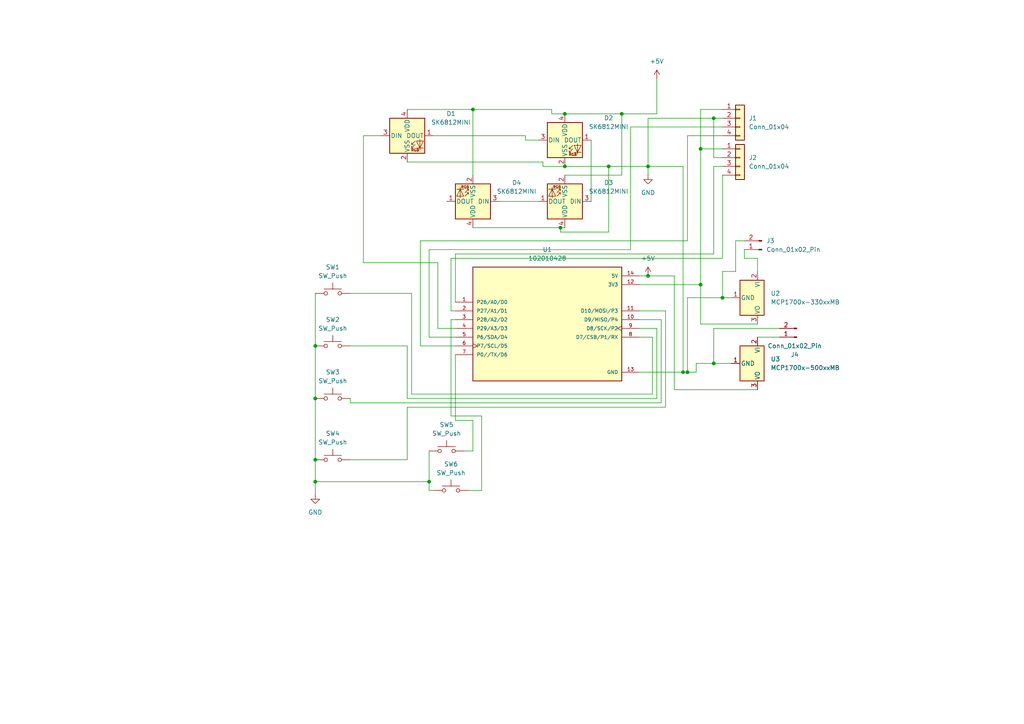
<source format=kicad_sch>
(kicad_sch
	(version 20250114)
	(generator "eeschema")
	(generator_version "9.0")
	(uuid "1e24a0be-cdc3-4720-a46a-ffb1b0cb96cc")
	(paper "A4")
	(lib_symbols
		(symbol "102010428:102010428"
			(pin_names
				(offset 1.016)
			)
			(exclude_from_sim no)
			(in_bom yes)
			(on_board yes)
			(property "Reference" "U"
				(at -22.86 17.78 0)
				(effects
					(font
						(size 1.27 1.27)
					)
					(justify left bottom)
				)
			)
			(property "Value" "102010428"
				(at -22.86 -17.78 0)
				(effects
					(font
						(size 1.27 1.27)
					)
					(justify left bottom)
				)
			)
			(property "Footprint" "102010428:MODULE_102010428"
				(at 0 0 0)
				(effects
					(font
						(size 1.27 1.27)
					)
					(justify bottom)
					(hide yes)
				)
			)
			(property "Datasheet" ""
				(at 0 0 0)
				(effects
					(font
						(size 1.27 1.27)
					)
					(hide yes)
				)
			)
			(property "Description" ""
				(at 0 0 0)
				(effects
					(font
						(size 1.27 1.27)
					)
					(hide yes)
				)
			)
			(property "DigiKey_Part_Number" "1597-102010428-ND"
				(at 0 0 0)
				(effects
					(font
						(size 1.27 1.27)
					)
					(justify bottom)
					(hide yes)
				)
			)
			(property "SnapEDA_Link" "https://www.snapeda.com/parts/102010428/Seeed+Studio/view-part/?ref=snap"
				(at 0 0 0)
				(effects
					(font
						(size 1.27 1.27)
					)
					(justify bottom)
					(hide yes)
				)
			)
			(property "MAXIMUM_PACKAGE_HEIGHT" "N/A"
				(at 0 0 0)
				(effects
					(font
						(size 1.27 1.27)
					)
					(justify bottom)
					(hide yes)
				)
			)
			(property "Package" "None"
				(at 0 0 0)
				(effects
					(font
						(size 1.27 1.27)
					)
					(justify bottom)
					(hide yes)
				)
			)
			(property "Check_prices" "https://www.snapeda.com/parts/102010428/Seeed+Studio/view-part/?ref=eda"
				(at 0 0 0)
				(effects
					(font
						(size 1.27 1.27)
					)
					(justify bottom)
					(hide yes)
				)
			)
			(property "STANDARD" "Manufacturer Recommendations"
				(at 0 0 0)
				(effects
					(font
						(size 1.27 1.27)
					)
					(justify bottom)
					(hide yes)
				)
			)
			(property "PARTREV" "1.3"
				(at 0 0 0)
				(effects
					(font
						(size 1.27 1.27)
					)
					(justify bottom)
					(hide yes)
				)
			)
			(property "MF" "Seeed Technology Co., Ltd"
				(at 0 0 0)
				(effects
					(font
						(size 1.27 1.27)
					)
					(justify bottom)
					(hide yes)
				)
			)
			(property "MP" "102010428"
				(at 0 0 0)
				(effects
					(font
						(size 1.27 1.27)
					)
					(justify bottom)
					(hide yes)
				)
			)
			(property "Description_1" "RP2040 XIAO RP2040 series ARM® Cortex®-M0+ MCU 32-Bit Embedded Evaluation Board"
				(at 0 0 0)
				(effects
					(font
						(size 1.27 1.27)
					)
					(justify bottom)
					(hide yes)
				)
			)
			(property "MANUFACTURER" "Seeedstudio"
				(at 0 0 0)
				(effects
					(font
						(size 1.27 1.27)
					)
					(justify bottom)
					(hide yes)
				)
			)
			(symbol "102010428_0_0"
				(rectangle
					(start -22.86 -15.24)
					(end 20.32 17.78)
					(stroke
						(width 0.254)
						(type default)
					)
					(fill
						(type background)
					)
				)
				(pin bidirectional line
					(at -27.94 7.62 0)
					(length 5.08)
					(name "P26/A0/D0"
						(effects
							(font
								(size 1.016 1.016)
							)
						)
					)
					(number "1"
						(effects
							(font
								(size 1.016 1.016)
							)
						)
					)
				)
				(pin bidirectional line
					(at -27.94 5.08 0)
					(length 5.08)
					(name "P27/A1/D1"
						(effects
							(font
								(size 1.016 1.016)
							)
						)
					)
					(number "2"
						(effects
							(font
								(size 1.016 1.016)
							)
						)
					)
				)
				(pin bidirectional line
					(at -27.94 2.54 0)
					(length 5.08)
					(name "P28/A2/D2"
						(effects
							(font
								(size 1.016 1.016)
							)
						)
					)
					(number "3"
						(effects
							(font
								(size 1.016 1.016)
							)
						)
					)
				)
				(pin bidirectional line
					(at -27.94 0 0)
					(length 5.08)
					(name "P29/A3/D3"
						(effects
							(font
								(size 1.016 1.016)
							)
						)
					)
					(number "4"
						(effects
							(font
								(size 1.016 1.016)
							)
						)
					)
				)
				(pin bidirectional line
					(at -27.94 -2.54 0)
					(length 5.08)
					(name "P6/SDA/D4"
						(effects
							(font
								(size 1.016 1.016)
							)
						)
					)
					(number "5"
						(effects
							(font
								(size 1.016 1.016)
							)
						)
					)
				)
				(pin bidirectional clock
					(at -27.94 -5.08 0)
					(length 5.08)
					(name "P7/SCL/D5"
						(effects
							(font
								(size 1.016 1.016)
							)
						)
					)
					(number "6"
						(effects
							(font
								(size 1.016 1.016)
							)
						)
					)
				)
				(pin bidirectional line
					(at -27.94 -7.62 0)
					(length 5.08)
					(name "P0//TX/D6"
						(effects
							(font
								(size 1.016 1.016)
							)
						)
					)
					(number "7"
						(effects
							(font
								(size 1.016 1.016)
							)
						)
					)
				)
				(pin power_in line
					(at 25.4 15.24 180)
					(length 5.08)
					(name "5V"
						(effects
							(font
								(size 1.016 1.016)
							)
						)
					)
					(number "14"
						(effects
							(font
								(size 1.016 1.016)
							)
						)
					)
				)
				(pin power_in line
					(at 25.4 12.7 180)
					(length 5.08)
					(name "3V3"
						(effects
							(font
								(size 1.016 1.016)
							)
						)
					)
					(number "12"
						(effects
							(font
								(size 1.016 1.016)
							)
						)
					)
				)
				(pin bidirectional line
					(at 25.4 5.08 180)
					(length 5.08)
					(name "D10/MOSI/P3"
						(effects
							(font
								(size 1.016 1.016)
							)
						)
					)
					(number "11"
						(effects
							(font
								(size 1.016 1.016)
							)
						)
					)
				)
				(pin bidirectional line
					(at 25.4 2.54 180)
					(length 5.08)
					(name "D9/MISO/P4"
						(effects
							(font
								(size 1.016 1.016)
							)
						)
					)
					(number "10"
						(effects
							(font
								(size 1.016 1.016)
							)
						)
					)
				)
				(pin bidirectional clock
					(at 25.4 0 180)
					(length 5.08)
					(name "D8/SCK/P2"
						(effects
							(font
								(size 1.016 1.016)
							)
						)
					)
					(number "9"
						(effects
							(font
								(size 1.016 1.016)
							)
						)
					)
				)
				(pin bidirectional line
					(at 25.4 -2.54 180)
					(length 5.08)
					(name "D7/CSB/P1/RX"
						(effects
							(font
								(size 1.016 1.016)
							)
						)
					)
					(number "8"
						(effects
							(font
								(size 1.016 1.016)
							)
						)
					)
				)
				(pin power_in line
					(at 25.4 -12.7 180)
					(length 5.08)
					(name "GND"
						(effects
							(font
								(size 1.016 1.016)
							)
						)
					)
					(number "13"
						(effects
							(font
								(size 1.016 1.016)
							)
						)
					)
				)
			)
			(embedded_fonts no)
		)
		(symbol "Connector:Conn_01x02_Pin"
			(pin_names
				(offset 1.016)
				(hide yes)
			)
			(exclude_from_sim no)
			(in_bom yes)
			(on_board yes)
			(property "Reference" "J"
				(at 0 2.54 0)
				(effects
					(font
						(size 1.27 1.27)
					)
				)
			)
			(property "Value" "Conn_01x02_Pin"
				(at 0 -5.08 0)
				(effects
					(font
						(size 1.27 1.27)
					)
				)
			)
			(property "Footprint" ""
				(at 0 0 0)
				(effects
					(font
						(size 1.27 1.27)
					)
					(hide yes)
				)
			)
			(property "Datasheet" "~"
				(at 0 0 0)
				(effects
					(font
						(size 1.27 1.27)
					)
					(hide yes)
				)
			)
			(property "Description" "Generic connector, single row, 01x02, script generated"
				(at 0 0 0)
				(effects
					(font
						(size 1.27 1.27)
					)
					(hide yes)
				)
			)
			(property "ki_locked" ""
				(at 0 0 0)
				(effects
					(font
						(size 1.27 1.27)
					)
				)
			)
			(property "ki_keywords" "connector"
				(at 0 0 0)
				(effects
					(font
						(size 1.27 1.27)
					)
					(hide yes)
				)
			)
			(property "ki_fp_filters" "Connector*:*_1x??_*"
				(at 0 0 0)
				(effects
					(font
						(size 1.27 1.27)
					)
					(hide yes)
				)
			)
			(symbol "Conn_01x02_Pin_1_1"
				(rectangle
					(start 0.8636 0.127)
					(end 0 -0.127)
					(stroke
						(width 0.1524)
						(type default)
					)
					(fill
						(type outline)
					)
				)
				(rectangle
					(start 0.8636 -2.413)
					(end 0 -2.667)
					(stroke
						(width 0.1524)
						(type default)
					)
					(fill
						(type outline)
					)
				)
				(polyline
					(pts
						(xy 1.27 0) (xy 0.8636 0)
					)
					(stroke
						(width 0.1524)
						(type default)
					)
					(fill
						(type none)
					)
				)
				(polyline
					(pts
						(xy 1.27 -2.54) (xy 0.8636 -2.54)
					)
					(stroke
						(width 0.1524)
						(type default)
					)
					(fill
						(type none)
					)
				)
				(pin passive line
					(at 5.08 0 180)
					(length 3.81)
					(name "Pin_1"
						(effects
							(font
								(size 1.27 1.27)
							)
						)
					)
					(number "1"
						(effects
							(font
								(size 1.27 1.27)
							)
						)
					)
				)
				(pin passive line
					(at 5.08 -2.54 180)
					(length 3.81)
					(name "Pin_2"
						(effects
							(font
								(size 1.27 1.27)
							)
						)
					)
					(number "2"
						(effects
							(font
								(size 1.27 1.27)
							)
						)
					)
				)
			)
			(embedded_fonts no)
		)
		(symbol "Connector_Generic:Conn_01x04"
			(pin_names
				(offset 1.016)
				(hide yes)
			)
			(exclude_from_sim no)
			(in_bom yes)
			(on_board yes)
			(property "Reference" "J"
				(at 0 5.08 0)
				(effects
					(font
						(size 1.27 1.27)
					)
				)
			)
			(property "Value" "Conn_01x04"
				(at 0 -7.62 0)
				(effects
					(font
						(size 1.27 1.27)
					)
				)
			)
			(property "Footprint" ""
				(at 0 0 0)
				(effects
					(font
						(size 1.27 1.27)
					)
					(hide yes)
				)
			)
			(property "Datasheet" "~"
				(at 0 0 0)
				(effects
					(font
						(size 1.27 1.27)
					)
					(hide yes)
				)
			)
			(property "Description" "Generic connector, single row, 01x04, script generated (kicad-library-utils/schlib/autogen/connector/)"
				(at 0 0 0)
				(effects
					(font
						(size 1.27 1.27)
					)
					(hide yes)
				)
			)
			(property "ki_keywords" "connector"
				(at 0 0 0)
				(effects
					(font
						(size 1.27 1.27)
					)
					(hide yes)
				)
			)
			(property "ki_fp_filters" "Connector*:*_1x??_*"
				(at 0 0 0)
				(effects
					(font
						(size 1.27 1.27)
					)
					(hide yes)
				)
			)
			(symbol "Conn_01x04_1_1"
				(rectangle
					(start -1.27 3.81)
					(end 1.27 -6.35)
					(stroke
						(width 0.254)
						(type default)
					)
					(fill
						(type background)
					)
				)
				(rectangle
					(start -1.27 2.667)
					(end 0 2.413)
					(stroke
						(width 0.1524)
						(type default)
					)
					(fill
						(type none)
					)
				)
				(rectangle
					(start -1.27 0.127)
					(end 0 -0.127)
					(stroke
						(width 0.1524)
						(type default)
					)
					(fill
						(type none)
					)
				)
				(rectangle
					(start -1.27 -2.413)
					(end 0 -2.667)
					(stroke
						(width 0.1524)
						(type default)
					)
					(fill
						(type none)
					)
				)
				(rectangle
					(start -1.27 -4.953)
					(end 0 -5.207)
					(stroke
						(width 0.1524)
						(type default)
					)
					(fill
						(type none)
					)
				)
				(pin passive line
					(at -5.08 2.54 0)
					(length 3.81)
					(name "Pin_1"
						(effects
							(font
								(size 1.27 1.27)
							)
						)
					)
					(number "1"
						(effects
							(font
								(size 1.27 1.27)
							)
						)
					)
				)
				(pin passive line
					(at -5.08 0 0)
					(length 3.81)
					(name "Pin_2"
						(effects
							(font
								(size 1.27 1.27)
							)
						)
					)
					(number "2"
						(effects
							(font
								(size 1.27 1.27)
							)
						)
					)
				)
				(pin passive line
					(at -5.08 -2.54 0)
					(length 3.81)
					(name "Pin_3"
						(effects
							(font
								(size 1.27 1.27)
							)
						)
					)
					(number "3"
						(effects
							(font
								(size 1.27 1.27)
							)
						)
					)
				)
				(pin passive line
					(at -5.08 -5.08 0)
					(length 3.81)
					(name "Pin_4"
						(effects
							(font
								(size 1.27 1.27)
							)
						)
					)
					(number "4"
						(effects
							(font
								(size 1.27 1.27)
							)
						)
					)
				)
			)
			(embedded_fonts no)
		)
		(symbol "LED:SK6812MINI"
			(pin_names
				(offset 0.254)
			)
			(exclude_from_sim no)
			(in_bom yes)
			(on_board yes)
			(property "Reference" "D"
				(at 5.08 5.715 0)
				(effects
					(font
						(size 1.27 1.27)
					)
					(justify right bottom)
				)
			)
			(property "Value" "SK6812MINI"
				(at 1.27 -5.715 0)
				(effects
					(font
						(size 1.27 1.27)
					)
					(justify left top)
				)
			)
			(property "Footprint" "LED_SMD:LED_SK6812MINI_PLCC4_3.5x3.5mm_P1.75mm"
				(at 1.27 -7.62 0)
				(effects
					(font
						(size 1.27 1.27)
					)
					(justify left top)
					(hide yes)
				)
			)
			(property "Datasheet" "https://cdn-shop.adafruit.com/product-files/2686/SK6812MINI_REV.01-1-2.pdf"
				(at 2.54 -9.525 0)
				(effects
					(font
						(size 1.27 1.27)
					)
					(justify left top)
					(hide yes)
				)
			)
			(property "Description" "RGB LED with integrated controller"
				(at 0 0 0)
				(effects
					(font
						(size 1.27 1.27)
					)
					(hide yes)
				)
			)
			(property "ki_keywords" "RGB LED NeoPixel Mini addressable"
				(at 0 0 0)
				(effects
					(font
						(size 1.27 1.27)
					)
					(hide yes)
				)
			)
			(property "ki_fp_filters" "LED*SK6812MINI*PLCC*3.5x3.5mm*P1.75mm*"
				(at 0 0 0)
				(effects
					(font
						(size 1.27 1.27)
					)
					(hide yes)
				)
			)
			(symbol "SK6812MINI_0_0"
				(text "RGB"
					(at 2.286 -4.191 0)
					(effects
						(font
							(size 0.762 0.762)
						)
					)
				)
			)
			(symbol "SK6812MINI_0_1"
				(polyline
					(pts
						(xy 1.27 -2.54) (xy 1.778 -2.54)
					)
					(stroke
						(width 0)
						(type default)
					)
					(fill
						(type none)
					)
				)
				(polyline
					(pts
						(xy 1.27 -3.556) (xy 1.778 -3.556)
					)
					(stroke
						(width 0)
						(type default)
					)
					(fill
						(type none)
					)
				)
				(polyline
					(pts
						(xy 2.286 -1.524) (xy 1.27 -2.54) (xy 1.27 -2.032)
					)
					(stroke
						(width 0)
						(type default)
					)
					(fill
						(type none)
					)
				)
				(polyline
					(pts
						(xy 2.286 -2.54) (xy 1.27 -3.556) (xy 1.27 -3.048)
					)
					(stroke
						(width 0)
						(type default)
					)
					(fill
						(type none)
					)
				)
				(polyline
					(pts
						(xy 3.683 -1.016) (xy 3.683 -3.556) (xy 3.683 -4.064)
					)
					(stroke
						(width 0)
						(type default)
					)
					(fill
						(type none)
					)
				)
				(polyline
					(pts
						(xy 4.699 -1.524) (xy 2.667 -1.524) (xy 3.683 -3.556) (xy 4.699 -1.524)
					)
					(stroke
						(width 0)
						(type default)
					)
					(fill
						(type none)
					)
				)
				(polyline
					(pts
						(xy 4.699 -3.556) (xy 2.667 -3.556)
					)
					(stroke
						(width 0)
						(type default)
					)
					(fill
						(type none)
					)
				)
				(rectangle
					(start 5.08 5.08)
					(end -5.08 -5.08)
					(stroke
						(width 0.254)
						(type default)
					)
					(fill
						(type background)
					)
				)
			)
			(symbol "SK6812MINI_1_1"
				(pin input line
					(at -7.62 0 0)
					(length 2.54)
					(name "DIN"
						(effects
							(font
								(size 1.27 1.27)
							)
						)
					)
					(number "3"
						(effects
							(font
								(size 1.27 1.27)
							)
						)
					)
				)
				(pin power_in line
					(at 0 7.62 270)
					(length 2.54)
					(name "VDD"
						(effects
							(font
								(size 1.27 1.27)
							)
						)
					)
					(number "4"
						(effects
							(font
								(size 1.27 1.27)
							)
						)
					)
				)
				(pin power_in line
					(at 0 -7.62 90)
					(length 2.54)
					(name "VSS"
						(effects
							(font
								(size 1.27 1.27)
							)
						)
					)
					(number "2"
						(effects
							(font
								(size 1.27 1.27)
							)
						)
					)
				)
				(pin output line
					(at 7.62 0 180)
					(length 2.54)
					(name "DOUT"
						(effects
							(font
								(size 1.27 1.27)
							)
						)
					)
					(number "1"
						(effects
							(font
								(size 1.27 1.27)
							)
						)
					)
				)
			)
			(embedded_fonts no)
		)
		(symbol "Regulator_Linear:MCP1700x-330xxMB"
			(pin_names
				(offset 0.254)
			)
			(exclude_from_sim no)
			(in_bom yes)
			(on_board yes)
			(property "Reference" "U"
				(at -3.81 3.175 0)
				(effects
					(font
						(size 1.27 1.27)
					)
				)
			)
			(property "Value" "MCP1700x-330xxMB"
				(at 0 3.175 0)
				(effects
					(font
						(size 1.27 1.27)
					)
					(justify left)
				)
			)
			(property "Footprint" "Package_TO_SOT_SMD:SOT-89-3"
				(at 0 5.08 0)
				(effects
					(font
						(size 1.27 1.27)
					)
					(hide yes)
				)
			)
			(property "Datasheet" "http://ww1.microchip.com/downloads/en/DeviceDoc/20001826D.pdf"
				(at 0 -1.27 0)
				(effects
					(font
						(size 1.27 1.27)
					)
					(hide yes)
				)
			)
			(property "Description" "250mA Low Quiscent Current LDO, 3.3V output, SOT-89"
				(at 0 0 0)
				(effects
					(font
						(size 1.27 1.27)
					)
					(hide yes)
				)
			)
			(property "ki_keywords" "regulator linear ldo"
				(at 0 0 0)
				(effects
					(font
						(size 1.27 1.27)
					)
					(hide yes)
				)
			)
			(property "ki_fp_filters" "SOT?89*"
				(at 0 0 0)
				(effects
					(font
						(size 1.27 1.27)
					)
					(hide yes)
				)
			)
			(symbol "MCP1700x-330xxMB_0_1"
				(rectangle
					(start -5.08 -5.08)
					(end 5.08 1.905)
					(stroke
						(width 0.254)
						(type default)
					)
					(fill
						(type background)
					)
				)
			)
			(symbol "MCP1700x-330xxMB_1_1"
				(pin power_in line
					(at -7.62 0 0)
					(length 2.54)
					(name "VI"
						(effects
							(font
								(size 1.27 1.27)
							)
						)
					)
					(number "2"
						(effects
							(font
								(size 1.27 1.27)
							)
						)
					)
				)
				(pin power_in line
					(at 0 -7.62 90)
					(length 2.54)
					(name "GND"
						(effects
							(font
								(size 1.27 1.27)
							)
						)
					)
					(number "1"
						(effects
							(font
								(size 1.27 1.27)
							)
						)
					)
				)
				(pin power_out line
					(at 7.62 0 180)
					(length 2.54)
					(name "VO"
						(effects
							(font
								(size 1.27 1.27)
							)
						)
					)
					(number "3"
						(effects
							(font
								(size 1.27 1.27)
							)
						)
					)
				)
			)
			(embedded_fonts no)
		)
		(symbol "Regulator_Linear:MCP1700x-500xxMB"
			(pin_names
				(offset 0.254)
			)
			(exclude_from_sim no)
			(in_bom yes)
			(on_board yes)
			(property "Reference" "U"
				(at -3.81 3.175 0)
				(effects
					(font
						(size 1.27 1.27)
					)
				)
			)
			(property "Value" "MCP1700x-500xxMB"
				(at 0 3.175 0)
				(effects
					(font
						(size 1.27 1.27)
					)
					(justify left)
				)
			)
			(property "Footprint" "Package_TO_SOT_SMD:SOT-89-3"
				(at 0 5.08 0)
				(effects
					(font
						(size 1.27 1.27)
					)
					(hide yes)
				)
			)
			(property "Datasheet" "http://ww1.microchip.com/downloads/en/DeviceDoc/20001826D.pdf"
				(at 0 -1.27 0)
				(effects
					(font
						(size 1.27 1.27)
					)
					(hide yes)
				)
			)
			(property "Description" "250mA Low Quiscent Current LDO, 5.0V output, SOT-89"
				(at 0 0 0)
				(effects
					(font
						(size 1.27 1.27)
					)
					(hide yes)
				)
			)
			(property "ki_keywords" "regulator linear ldo"
				(at 0 0 0)
				(effects
					(font
						(size 1.27 1.27)
					)
					(hide yes)
				)
			)
			(property "ki_fp_filters" "SOT?89*"
				(at 0 0 0)
				(effects
					(font
						(size 1.27 1.27)
					)
					(hide yes)
				)
			)
			(symbol "MCP1700x-500xxMB_0_1"
				(rectangle
					(start -5.08 -5.08)
					(end 5.08 1.905)
					(stroke
						(width 0.254)
						(type default)
					)
					(fill
						(type background)
					)
				)
			)
			(symbol "MCP1700x-500xxMB_1_1"
				(pin power_in line
					(at -7.62 0 0)
					(length 2.54)
					(name "VI"
						(effects
							(font
								(size 1.27 1.27)
							)
						)
					)
					(number "2"
						(effects
							(font
								(size 1.27 1.27)
							)
						)
					)
				)
				(pin power_in line
					(at 0 -7.62 90)
					(length 2.54)
					(name "GND"
						(effects
							(font
								(size 1.27 1.27)
							)
						)
					)
					(number "1"
						(effects
							(font
								(size 1.27 1.27)
							)
						)
					)
				)
				(pin power_out line
					(at 7.62 0 180)
					(length 2.54)
					(name "VO"
						(effects
							(font
								(size 1.27 1.27)
							)
						)
					)
					(number "3"
						(effects
							(font
								(size 1.27 1.27)
							)
						)
					)
				)
			)
			(embedded_fonts no)
		)
		(symbol "Switch:SW_Push"
			(pin_numbers
				(hide yes)
			)
			(pin_names
				(offset 1.016)
				(hide yes)
			)
			(exclude_from_sim no)
			(in_bom yes)
			(on_board yes)
			(property "Reference" "SW"
				(at 1.27 2.54 0)
				(effects
					(font
						(size 1.27 1.27)
					)
					(justify left)
				)
			)
			(property "Value" "SW_Push"
				(at 0 -1.524 0)
				(effects
					(font
						(size 1.27 1.27)
					)
				)
			)
			(property "Footprint" ""
				(at 0 5.08 0)
				(effects
					(font
						(size 1.27 1.27)
					)
					(hide yes)
				)
			)
			(property "Datasheet" "~"
				(at 0 5.08 0)
				(effects
					(font
						(size 1.27 1.27)
					)
					(hide yes)
				)
			)
			(property "Description" "Push button switch, generic, two pins"
				(at 0 0 0)
				(effects
					(font
						(size 1.27 1.27)
					)
					(hide yes)
				)
			)
			(property "ki_keywords" "switch normally-open pushbutton push-button"
				(at 0 0 0)
				(effects
					(font
						(size 1.27 1.27)
					)
					(hide yes)
				)
			)
			(symbol "SW_Push_0_1"
				(circle
					(center -2.032 0)
					(radius 0.508)
					(stroke
						(width 0)
						(type default)
					)
					(fill
						(type none)
					)
				)
				(polyline
					(pts
						(xy 0 1.27) (xy 0 3.048)
					)
					(stroke
						(width 0)
						(type default)
					)
					(fill
						(type none)
					)
				)
				(circle
					(center 2.032 0)
					(radius 0.508)
					(stroke
						(width 0)
						(type default)
					)
					(fill
						(type none)
					)
				)
				(polyline
					(pts
						(xy 2.54 1.27) (xy -2.54 1.27)
					)
					(stroke
						(width 0)
						(type default)
					)
					(fill
						(type none)
					)
				)
				(pin passive line
					(at -5.08 0 0)
					(length 2.54)
					(name "1"
						(effects
							(font
								(size 1.27 1.27)
							)
						)
					)
					(number "1"
						(effects
							(font
								(size 1.27 1.27)
							)
						)
					)
				)
				(pin passive line
					(at 5.08 0 180)
					(length 2.54)
					(name "2"
						(effects
							(font
								(size 1.27 1.27)
							)
						)
					)
					(number "2"
						(effects
							(font
								(size 1.27 1.27)
							)
						)
					)
				)
			)
			(embedded_fonts no)
		)
		(symbol "power:+5V"
			(power)
			(pin_numbers
				(hide yes)
			)
			(pin_names
				(offset 0)
				(hide yes)
			)
			(exclude_from_sim no)
			(in_bom yes)
			(on_board yes)
			(property "Reference" "#PWR"
				(at 0 -3.81 0)
				(effects
					(font
						(size 1.27 1.27)
					)
					(hide yes)
				)
			)
			(property "Value" "+5V"
				(at 0 3.556 0)
				(effects
					(font
						(size 1.27 1.27)
					)
				)
			)
			(property "Footprint" ""
				(at 0 0 0)
				(effects
					(font
						(size 1.27 1.27)
					)
					(hide yes)
				)
			)
			(property "Datasheet" ""
				(at 0 0 0)
				(effects
					(font
						(size 1.27 1.27)
					)
					(hide yes)
				)
			)
			(property "Description" "Power symbol creates a global label with name \"+5V\""
				(at 0 0 0)
				(effects
					(font
						(size 1.27 1.27)
					)
					(hide yes)
				)
			)
			(property "ki_keywords" "global power"
				(at 0 0 0)
				(effects
					(font
						(size 1.27 1.27)
					)
					(hide yes)
				)
			)
			(symbol "+5V_0_1"
				(polyline
					(pts
						(xy -0.762 1.27) (xy 0 2.54)
					)
					(stroke
						(width 0)
						(type default)
					)
					(fill
						(type none)
					)
				)
				(polyline
					(pts
						(xy 0 2.54) (xy 0.762 1.27)
					)
					(stroke
						(width 0)
						(type default)
					)
					(fill
						(type none)
					)
				)
				(polyline
					(pts
						(xy 0 0) (xy 0 2.54)
					)
					(stroke
						(width 0)
						(type default)
					)
					(fill
						(type none)
					)
				)
			)
			(symbol "+5V_1_1"
				(pin power_in line
					(at 0 0 90)
					(length 0)
					(name "~"
						(effects
							(font
								(size 1.27 1.27)
							)
						)
					)
					(number "1"
						(effects
							(font
								(size 1.27 1.27)
							)
						)
					)
				)
			)
			(embedded_fonts no)
		)
		(symbol "power:GND"
			(power)
			(pin_numbers
				(hide yes)
			)
			(pin_names
				(offset 0)
				(hide yes)
			)
			(exclude_from_sim no)
			(in_bom yes)
			(on_board yes)
			(property "Reference" "#PWR"
				(at 0 -6.35 0)
				(effects
					(font
						(size 1.27 1.27)
					)
					(hide yes)
				)
			)
			(property "Value" "GND"
				(at 0 -3.81 0)
				(effects
					(font
						(size 1.27 1.27)
					)
				)
			)
			(property "Footprint" ""
				(at 0 0 0)
				(effects
					(font
						(size 1.27 1.27)
					)
					(hide yes)
				)
			)
			(property "Datasheet" ""
				(at 0 0 0)
				(effects
					(font
						(size 1.27 1.27)
					)
					(hide yes)
				)
			)
			(property "Description" "Power symbol creates a global label with name \"GND\" , ground"
				(at 0 0 0)
				(effects
					(font
						(size 1.27 1.27)
					)
					(hide yes)
				)
			)
			(property "ki_keywords" "global power"
				(at 0 0 0)
				(effects
					(font
						(size 1.27 1.27)
					)
					(hide yes)
				)
			)
			(symbol "GND_0_1"
				(polyline
					(pts
						(xy 0 0) (xy 0 -1.27) (xy 1.27 -1.27) (xy 0 -2.54) (xy -1.27 -1.27) (xy 0 -1.27)
					)
					(stroke
						(width 0)
						(type default)
					)
					(fill
						(type none)
					)
				)
			)
			(symbol "GND_1_1"
				(pin power_in line
					(at 0 0 270)
					(length 0)
					(name "~"
						(effects
							(font
								(size 1.27 1.27)
							)
						)
					)
					(number "1"
						(effects
							(font
								(size 1.27 1.27)
							)
						)
					)
				)
			)
			(embedded_fonts no)
		)
	)
	(junction
		(at 163.83 48.26)
		(diameter 0)
		(color 0 0 0 0)
		(uuid "175ea371-cc47-4301-ac54-3e1c830c35bb")
	)
	(junction
		(at 163.83 33.02)
		(diameter 0)
		(color 0 0 0 0)
		(uuid "18826133-14b2-430c-9975-21ef3279342d")
	)
	(junction
		(at 209.55 86.36)
		(diameter 0)
		(color 0 0 0 0)
		(uuid "261d87ee-0c47-46b5-8651-429cfd24718d")
	)
	(junction
		(at 124.46 139.7)
		(diameter 0)
		(color 0 0 0 0)
		(uuid "6391182d-cf4c-4e5f-81b0-59b33425ff44")
	)
	(junction
		(at 91.44 100.33)
		(diameter 0)
		(color 0 0 0 0)
		(uuid "6a41e4c2-8214-4a25-b832-824dfff4fe24")
	)
	(junction
		(at 91.44 139.7)
		(diameter 0)
		(color 0 0 0 0)
		(uuid "6c44318d-c1e4-46eb-b3b9-148fc0c371cd")
	)
	(junction
		(at 203.2 82.55)
		(diameter 0)
		(color 0 0 0 0)
		(uuid "6da0dd14-00cf-43fa-b138-20b33ff302bb")
	)
	(junction
		(at 199.39 107.95)
		(diameter 0)
		(color 0 0 0 0)
		(uuid "7a651e43-c44f-4cf2-8c02-bad5c715a74c")
	)
	(junction
		(at 91.44 133.35)
		(diameter 0)
		(color 0 0 0 0)
		(uuid "91c1c822-3220-4b29-9846-b515ba9de5c1")
	)
	(junction
		(at 207.01 34.29)
		(diameter 0)
		(color 0 0 0 0)
		(uuid "949ec7a2-c6d6-457c-8d1c-419e50e74321")
	)
	(junction
		(at 187.96 80.01)
		(diameter 0)
		(color 0 0 0 0)
		(uuid "9dfd2de2-f603-4283-bd13-aa8cf215927b")
	)
	(junction
		(at 198.12 107.95)
		(diameter 0)
		(color 0 0 0 0)
		(uuid "ad9733b4-f545-4f45-99d6-eadd2fef3f17")
	)
	(junction
		(at 137.16 31.75)
		(diameter 0)
		(color 0 0 0 0)
		(uuid "ba4c7642-a61a-4108-a894-73d6ffadb19a")
	)
	(junction
		(at 180.34 33.02)
		(diameter 0)
		(color 0 0 0 0)
		(uuid "bae3c125-bb8b-4319-bec3-83c2df799bd1")
	)
	(junction
		(at 207.01 105.41)
		(diameter 0)
		(color 0 0 0 0)
		(uuid "bf6d7b4e-d809-411d-8bc9-24459713be34")
	)
	(junction
		(at 162.56 66.04)
		(diameter 0)
		(color 0 0 0 0)
		(uuid "bf8b14f4-a57f-4f6d-9715-321e02f36d1e")
	)
	(junction
		(at 203.2 43.18)
		(diameter 0)
		(color 0 0 0 0)
		(uuid "d3f9f587-c8ba-4333-a619-3bddc6f8e692")
	)
	(junction
		(at 91.44 115.57)
		(diameter 0)
		(color 0 0 0 0)
		(uuid "daeb4562-37e6-4382-a217-a5bb243020dc")
	)
	(junction
		(at 187.96 48.26)
		(diameter 0)
		(color 0 0 0 0)
		(uuid "df899de4-5f27-46da-81bc-b1c3062cb751")
	)
	(junction
		(at 176.53 48.26)
		(diameter 0)
		(color 0 0 0 0)
		(uuid "f7831927-e44d-4118-a6cb-3943ed3c13fd")
	)
	(wire
		(pts
			(xy 101.6 85.09) (xy 119.38 85.09)
		)
		(stroke
			(width 0)
			(type default)
		)
		(uuid "0a3b8067-d08a-4e10-8807-aa7f8fe99f0c")
	)
	(wire
		(pts
			(xy 130.81 90.17) (xy 132.08 90.17)
		)
		(stroke
			(width 0)
			(type default)
		)
		(uuid "0c9db321-dda8-4e80-9552-d37e93d581c6")
	)
	(wire
		(pts
			(xy 195.58 113.03) (xy 195.58 80.01)
		)
		(stroke
			(width 0)
			(type default)
		)
		(uuid "0cee322b-b58c-4a5d-a3d9-eab43447ce80")
	)
	(wire
		(pts
			(xy 219.71 93.98) (xy 203.2 93.98)
		)
		(stroke
			(width 0)
			(type default)
		)
		(uuid "0eb2c4a8-8e70-40cf-8b12-e02a2f6c115c")
	)
	(wire
		(pts
			(xy 203.2 43.18) (xy 209.55 43.18)
		)
		(stroke
			(width 0)
			(type default)
		)
		(uuid "100b01c8-a786-4cf4-8271-1a2aa262337e")
	)
	(wire
		(pts
			(xy 132.08 121.92) (xy 137.16 121.92)
		)
		(stroke
			(width 0)
			(type default)
		)
		(uuid "1718fcd8-25e3-4b8e-9a55-0f8fb7149780")
	)
	(wire
		(pts
			(xy 160.02 33.02) (xy 163.83 33.02)
		)
		(stroke
			(width 0)
			(type default)
		)
		(uuid "1773d7ab-20eb-45bc-96f4-f48a61e16d35")
	)
	(wire
		(pts
			(xy 190.5 95.25) (xy 185.42 95.25)
		)
		(stroke
			(width 0)
			(type default)
		)
		(uuid "17b50897-88ee-4919-82ab-53c25a14b5a3")
	)
	(wire
		(pts
			(xy 171.45 40.64) (xy 171.45 58.42)
		)
		(stroke
			(width 0)
			(type default)
		)
		(uuid "1a988b81-1184-47a3-b1e8-e1eae0b70600")
	)
	(wire
		(pts
			(xy 152.4 40.64) (xy 156.21 40.64)
		)
		(stroke
			(width 0)
			(type default)
		)
		(uuid "1e78994d-b89d-4403-ad96-be51bd32ad1c")
	)
	(wire
		(pts
			(xy 209.55 34.29) (xy 207.01 34.29)
		)
		(stroke
			(width 0)
			(type default)
		)
		(uuid "1f5aaac7-250f-440e-a740-2939607dde9a")
	)
	(wire
		(pts
			(xy 185.42 82.55) (xy 203.2 82.55)
		)
		(stroke
			(width 0)
			(type default)
		)
		(uuid "24376c0e-d0c3-4cb6-b122-5cca5b29ea6c")
	)
	(wire
		(pts
			(xy 199.39 107.95) (xy 198.12 107.95)
		)
		(stroke
			(width 0)
			(type default)
		)
		(uuid "24684422-7d74-4bcf-b941-7e4bc346f9f2")
	)
	(wire
		(pts
			(xy 201.93 107.95) (xy 199.39 107.95)
		)
		(stroke
			(width 0)
			(type default)
		)
		(uuid "266ad8b7-8e86-40f4-91b1-6c429e67c42e")
	)
	(wire
		(pts
			(xy 190.5 115.57) (xy 190.5 95.25)
		)
		(stroke
			(width 0)
			(type default)
		)
		(uuid "2754c9e8-4be4-4440-b23a-fc8d85f22fef")
	)
	(wire
		(pts
			(xy 198.12 48.26) (xy 187.96 48.26)
		)
		(stroke
			(width 0)
			(type default)
		)
		(uuid "281a02c3-6a0c-46c9-b902-d9388ce07538")
	)
	(wire
		(pts
			(xy 91.44 115.57) (xy 91.44 133.35)
		)
		(stroke
			(width 0)
			(type default)
		)
		(uuid "28697d2b-f6b7-4f72-9d4a-7f39c9ef2b26")
	)
	(wire
		(pts
			(xy 176.53 48.26) (xy 187.96 48.26)
		)
		(stroke
			(width 0)
			(type default)
		)
		(uuid "292c2c04-ea6a-412f-8c0f-1170764b2891")
	)
	(wire
		(pts
			(xy 118.11 133.35) (xy 118.11 118.11)
		)
		(stroke
			(width 0)
			(type default)
		)
		(uuid "297a2470-583e-40e5-9c88-27c241234374")
	)
	(wire
		(pts
			(xy 91.44 133.35) (xy 91.44 139.7)
		)
		(stroke
			(width 0)
			(type default)
		)
		(uuid "2a278ffb-1be9-4fe9-8c42-9bbbae7734a9")
	)
	(wire
		(pts
			(xy 185.42 80.01) (xy 187.96 80.01)
		)
		(stroke
			(width 0)
			(type default)
		)
		(uuid "2a67b998-b1da-458d-9ea7-965eabad36ed")
	)
	(wire
		(pts
			(xy 163.83 33.02) (xy 180.34 33.02)
		)
		(stroke
			(width 0)
			(type default)
		)
		(uuid "2bd8e369-cccc-4283-aa94-61036aafdb2a")
	)
	(wire
		(pts
			(xy 207.01 48.26) (xy 207.01 73.66)
		)
		(stroke
			(width 0)
			(type default)
		)
		(uuid "2d004d91-ceec-4a7b-a015-d7b852dfb1fd")
	)
	(wire
		(pts
			(xy 127 76.2) (xy 127 95.25)
		)
		(stroke
			(width 0)
			(type default)
		)
		(uuid "2d5b9118-0670-4a37-872f-1ad0c2faec66")
	)
	(wire
		(pts
			(xy 101.6 100.33) (xy 118.11 100.33)
		)
		(stroke
			(width 0)
			(type default)
		)
		(uuid "2e464541-f3d9-4559-bc74-bef2149d3b78")
	)
	(wire
		(pts
			(xy 176.53 67.31) (xy 176.53 48.26)
		)
		(stroke
			(width 0)
			(type default)
		)
		(uuid "32c60700-1f3d-407e-a167-127dffad70e2")
	)
	(wire
		(pts
			(xy 101.6 116.84) (xy 191.77 116.84)
		)
		(stroke
			(width 0)
			(type default)
		)
		(uuid "34e35318-021b-47e3-a245-79ad398a83ec")
	)
	(wire
		(pts
			(xy 121.92 69.85) (xy 199.39 69.85)
		)
		(stroke
			(width 0)
			(type default)
		)
		(uuid "3774c9d3-81d7-49cb-9f57-d42cc456ace2")
	)
	(wire
		(pts
			(xy 162.56 66.04) (xy 163.83 66.04)
		)
		(stroke
			(width 0)
			(type default)
		)
		(uuid "39f8928e-155f-4afb-84b7-45019a1a5894")
	)
	(wire
		(pts
			(xy 213.36 69.85) (xy 213.36 78.74)
		)
		(stroke
			(width 0)
			(type default)
		)
		(uuid "3f07693b-2a17-4fe7-b5aa-2d5f42648923")
	)
	(wire
		(pts
			(xy 209.55 36.83) (xy 182.88 36.83)
		)
		(stroke
			(width 0)
			(type default)
		)
		(uuid "40e34ed6-c288-4037-a2d6-3756548187fc")
	)
	(wire
		(pts
			(xy 209.55 48.26) (xy 207.01 48.26)
		)
		(stroke
			(width 0)
			(type default)
		)
		(uuid "4327ff39-88a8-43d5-8fcf-9e554d2fe732")
	)
	(wire
		(pts
			(xy 207.01 34.29) (xy 207.01 45.72)
		)
		(stroke
			(width 0)
			(type default)
		)
		(uuid "4528cd83-f2df-4a5d-8bb3-cc9dfb859483")
	)
	(wire
		(pts
			(xy 152.4 39.37) (xy 152.4 40.64)
		)
		(stroke
			(width 0)
			(type default)
		)
		(uuid "4684a12f-4435-44c3-919b-4f57adbdea77")
	)
	(wire
		(pts
			(xy 125.73 39.37) (xy 152.4 39.37)
		)
		(stroke
			(width 0)
			(type default)
		)
		(uuid "493bd374-1bb6-40b4-884c-789a9cc9e5d2")
	)
	(wire
		(pts
			(xy 127 95.25) (xy 132.08 95.25)
		)
		(stroke
			(width 0)
			(type default)
		)
		(uuid "495058ec-98cb-4cec-887b-820454603bea")
	)
	(wire
		(pts
			(xy 162.56 66.04) (xy 162.56 67.31)
		)
		(stroke
			(width 0)
			(type default)
		)
		(uuid "4bf5c725-60d6-4893-8357-496adddecbde")
	)
	(wire
		(pts
			(xy 127 76.2) (xy 105.41 76.2)
		)
		(stroke
			(width 0)
			(type default)
		)
		(uuid "5276e3d4-8574-435d-91eb-13548188d36f")
	)
	(wire
		(pts
			(xy 91.44 139.7) (xy 91.44 143.51)
		)
		(stroke
			(width 0)
			(type default)
		)
		(uuid "55cc31a6-5b78-4e51-93b1-0a58fbcb0dbc")
	)
	(wire
		(pts
			(xy 105.41 76.2) (xy 105.41 39.37)
		)
		(stroke
			(width 0)
			(type default)
		)
		(uuid "587cb68e-4fe3-4a2a-8c18-171c08520040")
	)
	(wire
		(pts
			(xy 118.11 100.33) (xy 118.11 115.57)
		)
		(stroke
			(width 0)
			(type default)
		)
		(uuid "5cb92056-aecc-413a-8e47-48b6cad8261c")
	)
	(wire
		(pts
			(xy 124.46 97.79) (xy 132.08 97.79)
		)
		(stroke
			(width 0)
			(type default)
		)
		(uuid "5e4a2689-a96d-4e86-b9c9-3e089e85af0a")
	)
	(wire
		(pts
			(xy 132.08 73.66) (xy 132.08 87.63)
		)
		(stroke
			(width 0)
			(type default)
		)
		(uuid "5f78b8c8-1186-4fbb-a334-cf2568c51dba")
	)
	(wire
		(pts
			(xy 212.09 105.41) (xy 207.01 105.41)
		)
		(stroke
			(width 0)
			(type default)
		)
		(uuid "60c979ee-0703-4e61-bca6-3404c62dc133")
	)
	(wire
		(pts
			(xy 130.81 92.71) (xy 132.08 92.71)
		)
		(stroke
			(width 0)
			(type default)
		)
		(uuid "6252444b-3a4e-432a-9e4c-2f902373957f")
	)
	(wire
		(pts
			(xy 209.55 86.36) (xy 199.39 86.36)
		)
		(stroke
			(width 0)
			(type default)
		)
		(uuid "62f92fc8-e635-42cf-89cc-b980a8acced8")
	)
	(wire
		(pts
			(xy 201.93 105.41) (xy 201.93 107.95)
		)
		(stroke
			(width 0)
			(type default)
		)
		(uuid "63a4ab7f-19db-456c-b943-4ffddeaacc0b")
	)
	(wire
		(pts
			(xy 163.83 50.8) (xy 180.34 50.8)
		)
		(stroke
			(width 0)
			(type default)
		)
		(uuid "649b204b-5838-4642-889b-6d1d8f1cb06c")
	)
	(wire
		(pts
			(xy 124.46 72.39) (xy 124.46 97.79)
		)
		(stroke
			(width 0)
			(type default)
		)
		(uuid "688d8be1-75d1-4a1c-8810-7f4920e1cc9e")
	)
	(wire
		(pts
			(xy 207.01 73.66) (xy 132.08 73.66)
		)
		(stroke
			(width 0)
			(type default)
		)
		(uuid "6fea9724-c55d-477d-b60f-23f93bcecfa5")
	)
	(wire
		(pts
			(xy 91.44 100.33) (xy 91.44 115.57)
		)
		(stroke
			(width 0)
			(type default)
		)
		(uuid "73efb570-fd8d-43f7-afc4-48e65d7d759f")
	)
	(wire
		(pts
			(xy 193.04 118.11) (xy 193.04 90.17)
		)
		(stroke
			(width 0)
			(type default)
		)
		(uuid "74a5e1ae-bd49-4456-bb7c-852892f20490")
	)
	(wire
		(pts
			(xy 91.44 85.09) (xy 91.44 100.33)
		)
		(stroke
			(width 0)
			(type default)
		)
		(uuid "75843432-31ee-45de-8747-9d38e0732d59")
	)
	(wire
		(pts
			(xy 185.42 92.71) (xy 191.77 92.71)
		)
		(stroke
			(width 0)
			(type default)
		)
		(uuid "792025ca-e8e9-4368-96ba-cdbbe71ba2c3")
	)
	(wire
		(pts
			(xy 209.55 78.74) (xy 209.55 86.36)
		)
		(stroke
			(width 0)
			(type default)
		)
		(uuid "7a29067c-6386-4aeb-8322-9eea7fef5e4e")
	)
	(wire
		(pts
			(xy 198.12 107.95) (xy 198.12 48.26)
		)
		(stroke
			(width 0)
			(type default)
		)
		(uuid "7e0e8dfc-6ff0-46d0-8cfb-a9e3eb16a3d9")
	)
	(wire
		(pts
			(xy 162.56 67.31) (xy 176.53 67.31)
		)
		(stroke
			(width 0)
			(type default)
		)
		(uuid "7f921b7f-e2c8-42da-8fb1-7ed2198ca4be")
	)
	(wire
		(pts
			(xy 199.39 86.36) (xy 199.39 107.95)
		)
		(stroke
			(width 0)
			(type default)
		)
		(uuid "8289dae5-a14e-4b4c-9c8b-252eb5d0a23c")
	)
	(wire
		(pts
			(xy 118.11 46.99) (xy 157.48 46.99)
		)
		(stroke
			(width 0)
			(type default)
		)
		(uuid "836092d7-3f86-47b4-b7db-a0ca89007c08")
	)
	(wire
		(pts
			(xy 137.16 66.04) (xy 162.56 66.04)
		)
		(stroke
			(width 0)
			(type default)
		)
		(uuid "84375f28-fbc9-411c-aa0e-c97af7b3ffa5")
	)
	(wire
		(pts
			(xy 121.92 100.33) (xy 121.92 69.85)
		)
		(stroke
			(width 0)
			(type default)
		)
		(uuid "862c6df7-7423-48a9-9b24-5d91e7a14a35")
	)
	(wire
		(pts
			(xy 215.9 74.93) (xy 219.71 74.93)
		)
		(stroke
			(width 0)
			(type default)
		)
		(uuid "88ad622a-44a2-4ca4-a3cd-30d1f08ef745")
	)
	(wire
		(pts
			(xy 182.88 36.83) (xy 182.88 72.39)
		)
		(stroke
			(width 0)
			(type default)
		)
		(uuid "8a0dfe41-cccc-4ccb-8aa8-2451fa3c27cb")
	)
	(wire
		(pts
			(xy 137.16 31.75) (xy 137.16 50.8)
		)
		(stroke
			(width 0)
			(type default)
		)
		(uuid "8dc864f0-4ec9-4954-b361-bc07901170c3")
	)
	(wire
		(pts
			(xy 139.7 142.24) (xy 139.7 120.65)
		)
		(stroke
			(width 0)
			(type default)
		)
		(uuid "8ec5bb60-160f-4e15-8b6e-6ce8f0d76c81")
	)
	(wire
		(pts
			(xy 207.01 34.29) (xy 187.96 34.29)
		)
		(stroke
			(width 0)
			(type default)
		)
		(uuid "906bb1b4-7fb8-4e7b-95ad-d4e5da4a9736")
	)
	(wire
		(pts
			(xy 199.39 69.85) (xy 199.39 39.37)
		)
		(stroke
			(width 0)
			(type default)
		)
		(uuid "91680ab2-23e1-452a-b15a-13c3296f15f5")
	)
	(wire
		(pts
			(xy 185.42 107.95) (xy 198.12 107.95)
		)
		(stroke
			(width 0)
			(type default)
		)
		(uuid "93031982-358d-4341-b7e8-06b6ff400a4d")
	)
	(wire
		(pts
			(xy 135.89 142.24) (xy 139.7 142.24)
		)
		(stroke
			(width 0)
			(type default)
		)
		(uuid "94b7b5d1-46f5-4c68-8f15-9f48e69b87f5")
	)
	(wire
		(pts
			(xy 91.44 139.7) (xy 124.46 139.7)
		)
		(stroke
			(width 0)
			(type default)
		)
		(uuid "95993617-7fbc-48be-968f-e973b8b18cd3")
	)
	(wire
		(pts
			(xy 157.48 48.26) (xy 163.83 48.26)
		)
		(stroke
			(width 0)
			(type default)
		)
		(uuid "9644590e-516c-4de6-a671-8aa7afb3b80d")
	)
	(wire
		(pts
			(xy 144.78 58.42) (xy 156.21 58.42)
		)
		(stroke
			(width 0)
			(type default)
		)
		(uuid "99a5d3d8-e346-4587-b819-8c97d21151e9")
	)
	(wire
		(pts
			(xy 119.38 114.3) (xy 119.38 85.09)
		)
		(stroke
			(width 0)
			(type default)
		)
		(uuid "9fe0f7f6-b3b2-4e5a-8a60-a36068c0a2d3")
	)
	(wire
		(pts
			(xy 209.55 74.93) (xy 209.55 50.8)
		)
		(stroke
			(width 0)
			(type default)
		)
		(uuid "a1447f2a-2905-43cd-9223-0944948e5dbe")
	)
	(wire
		(pts
			(xy 203.2 82.55) (xy 203.2 43.18)
		)
		(stroke
			(width 0)
			(type default)
		)
		(uuid "aa63932c-b10a-4a4d-95ce-ffa836ac3ebe")
	)
	(wire
		(pts
			(xy 213.36 78.74) (xy 209.55 78.74)
		)
		(stroke
			(width 0)
			(type default)
		)
		(uuid "aab84283-445e-4cbb-8b2f-460940654e0e")
	)
	(wire
		(pts
			(xy 203.2 31.75) (xy 209.55 31.75)
		)
		(stroke
			(width 0)
			(type default)
		)
		(uuid "aafdeef0-22b4-4ca1-a7f0-8793fa50f6fe")
	)
	(wire
		(pts
			(xy 203.2 93.98) (xy 203.2 82.55)
		)
		(stroke
			(width 0)
			(type default)
		)
		(uuid "adc25ceb-c3f4-42d6-830a-74cb1a6a16dc")
	)
	(wire
		(pts
			(xy 101.6 116.84) (xy 101.6 115.57)
		)
		(stroke
			(width 0)
			(type default)
		)
		(uuid "ae197338-2f83-48f3-97f3-32cc401d815e")
	)
	(wire
		(pts
			(xy 118.11 31.75) (xy 137.16 31.75)
		)
		(stroke
			(width 0)
			(type default)
		)
		(uuid "aed8ef31-30e9-4b28-87a3-a8218ef6963a")
	)
	(wire
		(pts
			(xy 203.2 43.18) (xy 203.2 31.75)
		)
		(stroke
			(width 0)
			(type default)
		)
		(uuid "af80ec04-8fc4-45be-aa2e-70f350033534")
	)
	(wire
		(pts
			(xy 215.9 69.85) (xy 213.36 69.85)
		)
		(stroke
			(width 0)
			(type default)
		)
		(uuid "b092ac4a-bb85-47e9-bff4-19ea4be144e1")
	)
	(wire
		(pts
			(xy 189.23 114.3) (xy 119.38 114.3)
		)
		(stroke
			(width 0)
			(type default)
		)
		(uuid "b571eb62-a1b5-428b-a301-aaa2f481ab03")
	)
	(wire
		(pts
			(xy 139.7 120.65) (xy 130.81 120.65)
		)
		(stroke
			(width 0)
			(type default)
		)
		(uuid "b81a966a-d5f9-4550-94b2-d5921aed3483")
	)
	(wire
		(pts
			(xy 130.81 90.17) (xy 130.81 74.93)
		)
		(stroke
			(width 0)
			(type default)
		)
		(uuid "bea1d63d-a78f-42f8-86fb-3327eeae8c8f")
	)
	(wire
		(pts
			(xy 130.81 74.93) (xy 209.55 74.93)
		)
		(stroke
			(width 0)
			(type default)
		)
		(uuid "bea9a6d1-50fc-4cf2-b2e7-1f7f2097e549")
	)
	(wire
		(pts
			(xy 226.06 95.25) (xy 207.01 95.25)
		)
		(stroke
			(width 0)
			(type default)
		)
		(uuid "bf4e5ecb-9e36-4dc5-b82a-e0b27080ad65")
	)
	(wire
		(pts
			(xy 118.11 118.11) (xy 193.04 118.11)
		)
		(stroke
			(width 0)
			(type default)
		)
		(uuid "c0774c98-3f5c-4d9a-9605-c98530ba599e")
	)
	(wire
		(pts
			(xy 189.23 97.79) (xy 189.23 114.3)
		)
		(stroke
			(width 0)
			(type default)
		)
		(uuid "c0af9f6b-09ae-449f-8bc8-ecaa9f386e85")
	)
	(wire
		(pts
			(xy 101.6 133.35) (xy 118.11 133.35)
		)
		(stroke
			(width 0)
			(type default)
		)
		(uuid "c179e028-4d4c-423d-95e1-939cea54144f")
	)
	(wire
		(pts
			(xy 191.77 92.71) (xy 191.77 116.84)
		)
		(stroke
			(width 0)
			(type default)
		)
		(uuid "c622ffae-1401-4842-9961-eea16e08ca78")
	)
	(wire
		(pts
			(xy 180.34 50.8) (xy 180.34 33.02)
		)
		(stroke
			(width 0)
			(type default)
		)
		(uuid "c73d42df-0af1-479d-abed-33c3a776bb6e")
	)
	(wire
		(pts
			(xy 137.16 121.92) (xy 137.16 130.81)
		)
		(stroke
			(width 0)
			(type default)
		)
		(uuid "c81686d7-f762-469e-aca9-92ccecb87288")
	)
	(wire
		(pts
			(xy 160.02 31.75) (xy 160.02 33.02)
		)
		(stroke
			(width 0)
			(type default)
		)
		(uuid "c9180b5f-2236-4208-8d07-31a94e454ff5")
	)
	(wire
		(pts
			(xy 137.16 130.81) (xy 134.62 130.81)
		)
		(stroke
			(width 0)
			(type default)
		)
		(uuid "ca4ce23f-6db4-4177-94e2-d35ce2553308")
	)
	(wire
		(pts
			(xy 124.46 142.24) (xy 125.73 142.24)
		)
		(stroke
			(width 0)
			(type default)
		)
		(uuid "cbebfb9f-ff17-4bcd-be95-34eadd4bee05")
	)
	(wire
		(pts
			(xy 207.01 105.41) (xy 201.93 105.41)
		)
		(stroke
			(width 0)
			(type default)
		)
		(uuid "cdd54272-0597-4587-a48d-71b57e93fceb")
	)
	(wire
		(pts
			(xy 195.58 80.01) (xy 187.96 80.01)
		)
		(stroke
			(width 0)
			(type default)
		)
		(uuid "ce536757-f38d-4611-bd81-45245d68b565")
	)
	(wire
		(pts
			(xy 124.46 130.81) (xy 124.46 139.7)
		)
		(stroke
			(width 0)
			(type default)
		)
		(uuid "cfc96c3e-3488-498d-b12c-7572de028a0e")
	)
	(wire
		(pts
			(xy 187.96 48.26) (xy 187.96 50.8)
		)
		(stroke
			(width 0)
			(type default)
		)
		(uuid "d063e89a-e89a-4be6-bd2b-301d441293ed")
	)
	(wire
		(pts
			(xy 207.01 45.72) (xy 209.55 45.72)
		)
		(stroke
			(width 0)
			(type default)
		)
		(uuid "d24d9eb9-ab45-45ad-b59f-0859e1989c18")
	)
	(wire
		(pts
			(xy 118.11 115.57) (xy 190.5 115.57)
		)
		(stroke
			(width 0)
			(type default)
		)
		(uuid "d3e7d40a-b7e7-4e1d-a910-e5ac0d94aa6e")
	)
	(wire
		(pts
			(xy 137.16 31.75) (xy 160.02 31.75)
		)
		(stroke
			(width 0)
			(type default)
		)
		(uuid "d4c89223-7546-449c-b7c6-e6056d1cb968")
	)
	(wire
		(pts
			(xy 219.71 97.79) (xy 226.06 97.79)
		)
		(stroke
			(width 0)
			(type default)
		)
		(uuid "d849829e-ca6e-4bcb-a917-5be2fb942c36")
	)
	(wire
		(pts
			(xy 190.5 22.86) (xy 190.5 33.02)
		)
		(stroke
			(width 0)
			(type default)
		)
		(uuid "d8aa4914-fa01-46ff-8e34-b77f15d5e90c")
	)
	(wire
		(pts
			(xy 199.39 39.37) (xy 209.55 39.37)
		)
		(stroke
			(width 0)
			(type default)
		)
		(uuid "d968db28-f0f2-48e2-84ab-dfc0350698f0")
	)
	(wire
		(pts
			(xy 132.08 102.87) (xy 132.08 121.92)
		)
		(stroke
			(width 0)
			(type default)
		)
		(uuid "db120daf-1cdf-45bb-9670-47564ee6f7ad")
	)
	(wire
		(pts
			(xy 207.01 95.25) (xy 207.01 105.41)
		)
		(stroke
			(width 0)
			(type default)
		)
		(uuid "dc6d9f16-6a56-4d2a-98e8-cb9b71ab05aa")
	)
	(wire
		(pts
			(xy 185.42 97.79) (xy 189.23 97.79)
		)
		(stroke
			(width 0)
			(type default)
		)
		(uuid "e0260293-1c12-4d21-aa51-a3e35f8fbe80")
	)
	(wire
		(pts
			(xy 163.83 48.26) (xy 176.53 48.26)
		)
		(stroke
			(width 0)
			(type default)
		)
		(uuid "e0c3cc29-9a5c-4e55-849b-6273d80cebd8")
	)
	(wire
		(pts
			(xy 219.71 113.03) (xy 195.58 113.03)
		)
		(stroke
			(width 0)
			(type default)
		)
		(uuid "e4cc4d7e-f17e-440d-8844-3d370ad2951f")
	)
	(wire
		(pts
			(xy 157.48 46.99) (xy 157.48 48.26)
		)
		(stroke
			(width 0)
			(type default)
		)
		(uuid "e6a9f322-da2c-421b-92ac-8ccff954d4a2")
	)
	(wire
		(pts
			(xy 124.46 139.7) (xy 124.46 142.24)
		)
		(stroke
			(width 0)
			(type default)
		)
		(uuid "e6dea446-acfc-48ae-b81d-de0b4960e37f")
	)
	(wire
		(pts
			(xy 132.08 100.33) (xy 121.92 100.33)
		)
		(stroke
			(width 0)
			(type default)
		)
		(uuid "e74a638f-563e-4749-8d9c-f1a5c0b66ce3")
	)
	(wire
		(pts
			(xy 212.09 86.36) (xy 209.55 86.36)
		)
		(stroke
			(width 0)
			(type default)
		)
		(uuid "e9f850e0-7509-46bd-89f7-79c7e8da2165")
	)
	(wire
		(pts
			(xy 105.41 39.37) (xy 110.49 39.37)
		)
		(stroke
			(width 0)
			(type default)
		)
		(uuid "ea91880f-7c46-43c9-b8c2-8bd03f323921")
	)
	(wire
		(pts
			(xy 219.71 74.93) (xy 219.71 78.74)
		)
		(stroke
			(width 0)
			(type default)
		)
		(uuid "ed501dea-2ea8-44f9-9acb-f51b1e8f4a11")
	)
	(wire
		(pts
			(xy 130.81 120.65) (xy 130.81 92.71)
		)
		(stroke
			(width 0)
			(type default)
		)
		(uuid "f3fe83bc-b922-424a-b8a0-c42c43a6f0ef")
	)
	(wire
		(pts
			(xy 187.96 34.29) (xy 187.96 48.26)
		)
		(stroke
			(width 0)
			(type default)
		)
		(uuid "f7b10f57-8bac-4796-85c0-bf8ae7fdf18d")
	)
	(wire
		(pts
			(xy 193.04 90.17) (xy 185.42 90.17)
		)
		(stroke
			(width 0)
			(type default)
		)
		(uuid "fa65499c-ac4d-4ad9-81e1-e633a8b80ae3")
	)
	(wire
		(pts
			(xy 180.34 33.02) (xy 190.5 33.02)
		)
		(stroke
			(width 0)
			(type default)
		)
		(uuid "fbe0b407-06e5-4cf8-b12b-0071ded13f85")
	)
	(wire
		(pts
			(xy 215.9 72.39) (xy 215.9 74.93)
		)
		(stroke
			(width 0)
			(type default)
		)
		(uuid "fcb0f3ac-eee6-4aec-a76d-9d0dc4038a62")
	)
	(wire
		(pts
			(xy 182.88 72.39) (xy 124.46 72.39)
		)
		(stroke
			(width 0)
			(type default)
		)
		(uuid "fdcceddf-595a-4bd5-8ead-f99312b31139")
	)
	(symbol
		(lib_id "power:GND")
		(at 91.44 143.51 0)
		(unit 1)
		(exclude_from_sim no)
		(in_bom yes)
		(on_board yes)
		(dnp no)
		(fields_autoplaced yes)
		(uuid "016ecc0a-2dd1-466a-8eeb-51e50558807d")
		(property "Reference" "#PWR01"
			(at 91.44 149.86 0)
			(effects
				(font
					(size 1.27 1.27)
				)
				(hide yes)
			)
		)
		(property "Value" "GND"
			(at 91.44 148.59 0)
			(effects
				(font
					(size 1.27 1.27)
				)
			)
		)
		(property "Footprint" ""
			(at 91.44 143.51 0)
			(effects
				(font
					(size 1.27 1.27)
				)
				(hide yes)
			)
		)
		(property "Datasheet" ""
			(at 91.44 143.51 0)
			(effects
				(font
					(size 1.27 1.27)
				)
				(hide yes)
			)
		)
		(property "Description" "Power symbol creates a global label with name \"GND\" , ground"
			(at 91.44 143.51 0)
			(effects
				(font
					(size 1.27 1.27)
				)
				(hide yes)
			)
		)
		(pin "1"
			(uuid "16a6c760-34da-44a9-a5a5-f37964778bf8")
		)
		(instances
			(project ""
				(path "/1e24a0be-cdc3-4720-a46a-ffb1b0cb96cc"
					(reference "#PWR01")
					(unit 1)
				)
			)
		)
	)
	(symbol
		(lib_id "102010428:102010428")
		(at 160.02 95.25 0)
		(unit 1)
		(exclude_from_sim no)
		(in_bom yes)
		(on_board yes)
		(dnp no)
		(fields_autoplaced yes)
		(uuid "04d6f46c-f2a3-40df-bdbe-d274895bb04f")
		(property "Reference" "U1"
			(at 158.75 72.39 0)
			(effects
				(font
					(size 1.27 1.27)
				)
			)
		)
		(property "Value" "102010428"
			(at 158.75 74.93 0)
			(effects
				(font
					(size 1.27 1.27)
				)
			)
		)
		(property "Footprint" "102010428:MODULE_102010428"
			(at 160.02 95.25 0)
			(effects
				(font
					(size 1.27 1.27)
				)
				(justify bottom)
				(hide yes)
			)
		)
		(property "Datasheet" ""
			(at 160.02 95.25 0)
			(effects
				(font
					(size 1.27 1.27)
				)
				(hide yes)
			)
		)
		(property "Description" ""
			(at 160.02 95.25 0)
			(effects
				(font
					(size 1.27 1.27)
				)
				(hide yes)
			)
		)
		(property "DigiKey_Part_Number" "1597-102010428-ND"
			(at 160.02 95.25 0)
			(effects
				(font
					(size 1.27 1.27)
				)
				(justify bottom)
				(hide yes)
			)
		)
		(property "SnapEDA_Link" "https://www.snapeda.com/parts/102010428/Seeed+Studio/view-part/?ref=snap"
			(at 160.02 95.25 0)
			(effects
				(font
					(size 1.27 1.27)
				)
				(justify bottom)
				(hide yes)
			)
		)
		(property "MAXIMUM_PACKAGE_HEIGHT" "N/A"
			(at 160.02 95.25 0)
			(effects
				(font
					(size 1.27 1.27)
				)
				(justify bottom)
				(hide yes)
			)
		)
		(property "Package" "None"
			(at 160.02 95.25 0)
			(effects
				(font
					(size 1.27 1.27)
				)
				(justify bottom)
				(hide yes)
			)
		)
		(property "Check_prices" "https://www.snapeda.com/parts/102010428/Seeed+Studio/view-part/?ref=eda"
			(at 160.02 95.25 0)
			(effects
				(font
					(size 1.27 1.27)
				)
				(justify bottom)
				(hide yes)
			)
		)
		(property "STANDARD" "Manufacturer Recommendations"
			(at 160.02 95.25 0)
			(effects
				(font
					(size 1.27 1.27)
				)
				(justify bottom)
				(hide yes)
			)
		)
		(property "PARTREV" "1.3"
			(at 160.02 95.25 0)
			(effects
				(font
					(size 1.27 1.27)
				)
				(justify bottom)
				(hide yes)
			)
		)
		(property "MF" "Seeed Technology Co., Ltd"
			(at 160.02 95.25 0)
			(effects
				(font
					(size 1.27 1.27)
				)
				(justify bottom)
				(hide yes)
			)
		)
		(property "MP" "102010428"
			(at 160.02 95.25 0)
			(effects
				(font
					(size 1.27 1.27)
				)
				(justify bottom)
				(hide yes)
			)
		)
		(property "Description_1" "RP2040 XIAO RP2040 series ARM® Cortex®-M0+ MCU 32-Bit Embedded Evaluation Board"
			(at 160.02 95.25 0)
			(effects
				(font
					(size 1.27 1.27)
				)
				(justify bottom)
				(hide yes)
			)
		)
		(property "MANUFACTURER" "Seeedstudio"
			(at 160.02 95.25 0)
			(effects
				(font
					(size 1.27 1.27)
				)
				(justify bottom)
				(hide yes)
			)
		)
		(pin "11"
			(uuid "d7f505ef-a401-4dd3-b6a9-a2381564fab5")
		)
		(pin "8"
			(uuid "f8e86357-1475-4c39-aef9-e1ee3cabe7b1")
		)
		(pin "10"
			(uuid "e9a151cd-6f89-43be-988f-f17cdd0bc2a5")
		)
		(pin "9"
			(uuid "a57d6fbc-4095-4038-8cff-81f1498a9a0e")
		)
		(pin "13"
			(uuid "f92919c4-81de-4c70-ba95-fed33c3b308d")
		)
		(pin "3"
			(uuid "9bcfcd97-561c-492a-9ca7-5673168b2214")
		)
		(pin "1"
			(uuid "39488b0c-21b1-444b-b8f4-6adcb4a6dc31")
		)
		(pin "7"
			(uuid "dbc00fd5-8bed-4b9d-bf6f-53873c900bb6")
		)
		(pin "12"
			(uuid "b64f75f4-f7a1-4cf3-bc49-80284997bb69")
		)
		(pin "14"
			(uuid "fe22379a-0565-42a6-aa7e-ac349b4e457c")
		)
		(pin "4"
			(uuid "343ad130-45e7-4915-90e2-85f213fe8ab1")
		)
		(pin "5"
			(uuid "07ec5f56-8f4b-4e8c-91ff-c0bdbd212ea4")
		)
		(pin "2"
			(uuid "e37130ee-7ccb-4abf-973f-944d844b8f11")
		)
		(pin "6"
			(uuid "120fdc3f-07bf-4f4b-a98c-746cc0cfb9ef")
		)
		(instances
			(project ""
				(path "/1e24a0be-cdc3-4720-a46a-ffb1b0cb96cc"
					(reference "U1")
					(unit 1)
				)
			)
		)
	)
	(symbol
		(lib_id "LED:SK6812MINI")
		(at 118.11 39.37 0)
		(unit 1)
		(exclude_from_sim no)
		(in_bom yes)
		(on_board yes)
		(dnp no)
		(fields_autoplaced yes)
		(uuid "0b039b55-04d1-4664-b5dc-53c3c4403088")
		(property "Reference" "D1"
			(at 130.81 32.9498 0)
			(effects
				(font
					(size 1.27 1.27)
				)
			)
		)
		(property "Value" "SK6812MINI"
			(at 130.81 35.4898 0)
			(effects
				(font
					(size 1.27 1.27)
				)
			)
		)
		(property "Footprint" "LED_SMD:LED_SK6812MINI_PLCC4_3.5x3.5mm_P1.75mm"
			(at 119.38 46.99 0)
			(effects
				(font
					(size 1.27 1.27)
				)
				(justify left top)
				(hide yes)
			)
		)
		(property "Datasheet" "https://cdn-shop.adafruit.com/product-files/2686/SK6812MINI_REV.01-1-2.pdf"
			(at 120.65 48.895 0)
			(effects
				(font
					(size 1.27 1.27)
				)
				(justify left top)
				(hide yes)
			)
		)
		(property "Description" "RGB LED with integrated controller"
			(at 118.11 39.37 0)
			(effects
				(font
					(size 1.27 1.27)
				)
				(hide yes)
			)
		)
		(pin "3"
			(uuid "576d0506-f3a8-4397-8a68-433a73f4fbe8")
		)
		(pin "1"
			(uuid "4951b6ea-6526-4355-a286-35228e54911e")
		)
		(pin "2"
			(uuid "d7501e5c-74f0-42c3-b2f0-6c172a473f5d")
		)
		(pin "4"
			(uuid "e052c976-bf8c-4cc7-8604-38019699e1e0")
		)
		(instances
			(project ""
				(path "/1e24a0be-cdc3-4720-a46a-ffb1b0cb96cc"
					(reference "D1")
					(unit 1)
				)
			)
		)
	)
	(symbol
		(lib_id "Connector_Generic:Conn_01x04")
		(at 214.63 34.29 0)
		(unit 1)
		(exclude_from_sim no)
		(in_bom yes)
		(on_board yes)
		(dnp no)
		(fields_autoplaced yes)
		(uuid "18a995f6-cae3-4ccd-955d-03ba0629362c")
		(property "Reference" "J1"
			(at 217.17 34.2899 0)
			(effects
				(font
					(size 1.27 1.27)
				)
				(justify left)
			)
		)
		(property "Value" "Conn_01x04"
			(at 217.17 36.8299 0)
			(effects
				(font
					(size 1.27 1.27)
				)
				(justify left)
			)
		)
		(property "Footprint" "Connector_PinSocket_2.54mm:PinSocket_1x04_P2.54mm_Vertical"
			(at 214.63 34.29 0)
			(effects
				(font
					(size 1.27 1.27)
				)
				(hide yes)
			)
		)
		(property "Datasheet" "~"
			(at 214.63 34.29 0)
			(effects
				(font
					(size 1.27 1.27)
				)
				(hide yes)
			)
		)
		(property "Description" "Generic connector, single row, 01x04, script generated (kicad-library-utils/schlib/autogen/connector/)"
			(at 214.63 34.29 0)
			(effects
				(font
					(size 1.27 1.27)
				)
				(hide yes)
			)
		)
		(pin "1"
			(uuid "71e2bb45-438c-40e5-a4f5-171f1d1b58bd")
		)
		(pin "3"
			(uuid "2c2e1599-5187-4ed9-a662-420625f936bd")
		)
		(pin "2"
			(uuid "4ba89e49-3cf3-42b7-9895-ec28fdb9e038")
		)
		(pin "4"
			(uuid "d0326eb7-7339-4029-890f-007ba0e416f7")
		)
		(instances
			(project ""
				(path "/1e24a0be-cdc3-4720-a46a-ffb1b0cb96cc"
					(reference "J1")
					(unit 1)
				)
			)
		)
	)
	(symbol
		(lib_id "Switch:SW_Push")
		(at 96.52 133.35 0)
		(unit 1)
		(exclude_from_sim no)
		(in_bom yes)
		(on_board yes)
		(dnp no)
		(fields_autoplaced yes)
		(uuid "202a5fbd-bb0b-4a9c-bc28-88c5a14f7aa6")
		(property "Reference" "SW4"
			(at 96.52 125.73 0)
			(effects
				(font
					(size 1.27 1.27)
				)
			)
		)
		(property "Value" "SW_Push"
			(at 96.52 128.27 0)
			(effects
				(font
					(size 1.27 1.27)
				)
			)
		)
		(property "Footprint" "Button_Switch_Keyboard:SW_Cherry_MX_1.00u_PCB"
			(at 96.52 128.27 0)
			(effects
				(font
					(size 1.27 1.27)
				)
				(hide yes)
			)
		)
		(property "Datasheet" "~"
			(at 96.52 128.27 0)
			(effects
				(font
					(size 1.27 1.27)
				)
				(hide yes)
			)
		)
		(property "Description" "Push button switch, generic, two pins"
			(at 96.52 133.35 0)
			(effects
				(font
					(size 1.27 1.27)
				)
				(hide yes)
			)
		)
		(pin "2"
			(uuid "818e1aec-05bb-457a-baa9-8b79c3a12f17")
		)
		(pin "1"
			(uuid "9b97b3a3-cd63-4045-86f1-a4f2b1593790")
		)
		(instances
			(project ""
				(path "/1e24a0be-cdc3-4720-a46a-ffb1b0cb96cc"
					(reference "SW4")
					(unit 1)
				)
			)
		)
	)
	(symbol
		(lib_id "LED:SK6812MINI")
		(at 137.16 58.42 180)
		(unit 1)
		(exclude_from_sim no)
		(in_bom yes)
		(on_board yes)
		(dnp no)
		(fields_autoplaced yes)
		(uuid "33766174-9c9d-4f2e-b715-c4e351d38b09")
		(property "Reference" "D4"
			(at 149.86 52.9746 0)
			(effects
				(font
					(size 1.27 1.27)
				)
			)
		)
		(property "Value" "SK6812MINI"
			(at 149.86 55.5146 0)
			(effects
				(font
					(size 1.27 1.27)
				)
			)
		)
		(property "Footprint" "LED_SMD:LED_SK6812MINI_PLCC4_3.5x3.5mm_P1.75mm"
			(at 135.89 50.8 0)
			(effects
				(font
					(size 1.27 1.27)
				)
				(justify left top)
				(hide yes)
			)
		)
		(property "Datasheet" "https://cdn-shop.adafruit.com/product-files/2686/SK6812MINI_REV.01-1-2.pdf"
			(at 134.62 48.895 0)
			(effects
				(font
					(size 1.27 1.27)
				)
				(justify left top)
				(hide yes)
			)
		)
		(property "Description" "RGB LED with integrated controller"
			(at 137.16 58.42 0)
			(effects
				(font
					(size 1.27 1.27)
				)
				(hide yes)
			)
		)
		(pin "3"
			(uuid "0d73fe2b-972c-42cb-94d7-1ab1ec37ebd6")
		)
		(pin "4"
			(uuid "1b0a8393-5bb8-46b9-8883-830e3a941706")
		)
		(pin "2"
			(uuid "519c4688-44ca-4db6-b9ee-ce6c81c2bb00")
		)
		(pin "1"
			(uuid "5081e4db-3280-4eef-ae71-0cca84c44270")
		)
		(instances
			(project ""
				(path "/1e24a0be-cdc3-4720-a46a-ffb1b0cb96cc"
					(reference "D4")
					(unit 1)
				)
			)
		)
	)
	(symbol
		(lib_id "Regulator_Linear:MCP1700x-330xxMB")
		(at 219.71 86.36 270)
		(unit 1)
		(exclude_from_sim no)
		(in_bom yes)
		(on_board yes)
		(dnp no)
		(fields_autoplaced yes)
		(uuid "3da4472e-8009-474e-9fcf-f4c42a8d2823")
		(property "Reference" "U2"
			(at 223.52 85.0899 90)
			(effects
				(font
					(size 1.27 1.27)
				)
				(justify left)
			)
		)
		(property "Value" "MCP1700x-330xxMB"
			(at 223.52 87.6299 90)
			(effects
				(font
					(size 1.27 1.27)
				)
				(justify left)
			)
		)
		(property "Footprint" "Package_TO_SOT_SMD:SOT-89-3"
			(at 224.79 86.36 0)
			(effects
				(font
					(size 1.27 1.27)
				)
				(hide yes)
			)
		)
		(property "Datasheet" "http://ww1.microchip.com/downloads/en/DeviceDoc/20001826D.pdf"
			(at 218.44 86.36 0)
			(effects
				(font
					(size 1.27 1.27)
				)
				(hide yes)
			)
		)
		(property "Description" "250mA Low Quiscent Current LDO, 3.3V output, SOT-89"
			(at 219.71 86.36 0)
			(effects
				(font
					(size 1.27 1.27)
				)
				(hide yes)
			)
		)
		(pin "3"
			(uuid "c2bf5dee-b275-4c33-8230-151d833b92d8")
		)
		(pin "1"
			(uuid "e9519cac-5b13-4cc4-b5bd-3fce7061ab72")
		)
		(pin "2"
			(uuid "12e11a9d-c51d-44b7-99e4-c525146f0d28")
		)
		(instances
			(project ""
				(path "/1e24a0be-cdc3-4720-a46a-ffb1b0cb96cc"
					(reference "U2")
					(unit 1)
				)
			)
		)
	)
	(symbol
		(lib_id "power:GND")
		(at 187.96 50.8 0)
		(unit 1)
		(exclude_from_sim no)
		(in_bom yes)
		(on_board yes)
		(dnp no)
		(fields_autoplaced yes)
		(uuid "43b4a41e-ef9c-4a1b-bca2-05f29d794551")
		(property "Reference" "#PWR02"
			(at 187.96 57.15 0)
			(effects
				(font
					(size 1.27 1.27)
				)
				(hide yes)
			)
		)
		(property "Value" "GND"
			(at 187.96 55.88 0)
			(effects
				(font
					(size 1.27 1.27)
				)
			)
		)
		(property "Footprint" ""
			(at 187.96 50.8 0)
			(effects
				(font
					(size 1.27 1.27)
				)
				(hide yes)
			)
		)
		(property "Datasheet" ""
			(at 187.96 50.8 0)
			(effects
				(font
					(size 1.27 1.27)
				)
				(hide yes)
			)
		)
		(property "Description" "Power symbol creates a global label with name \"GND\" , ground"
			(at 187.96 50.8 0)
			(effects
				(font
					(size 1.27 1.27)
				)
				(hide yes)
			)
		)
		(pin "1"
			(uuid "3f971cac-7d4e-4a38-b46f-19697090c221")
		)
		(instances
			(project ""
				(path "/1e24a0be-cdc3-4720-a46a-ffb1b0cb96cc"
					(reference "#PWR02")
					(unit 1)
				)
			)
		)
	)
	(symbol
		(lib_id "Connector:Conn_01x02_Pin")
		(at 231.14 97.79 180)
		(unit 1)
		(exclude_from_sim no)
		(in_bom yes)
		(on_board yes)
		(dnp no)
		(uuid "46657b34-2286-4371-a997-aaf618f404e0")
		(property "Reference" "J4"
			(at 230.505 102.87 0)
			(effects
				(font
					(size 1.27 1.27)
				)
			)
		)
		(property "Value" "Conn_01x02_Pin"
			(at 230.505 100.33 0)
			(effects
				(font
					(size 1.27 1.27)
				)
			)
		)
		(property "Footprint" "Connector_PinHeader_2.54mm:PinHeader_1x02_P2.54mm_Horizontal"
			(at 231.14 97.79 0)
			(effects
				(font
					(size 1.27 1.27)
				)
				(hide yes)
			)
		)
		(property "Datasheet" "~"
			(at 231.14 97.79 0)
			(effects
				(font
					(size 1.27 1.27)
				)
				(hide yes)
			)
		)
		(property "Description" "Generic connector, single row, 01x02, script generated"
			(at 231.14 97.79 0)
			(effects
				(font
					(size 1.27 1.27)
				)
				(hide yes)
			)
		)
		(pin "1"
			(uuid "a4f5108e-68e9-4d3c-86a6-cc12b52f60e1")
		)
		(pin "2"
			(uuid "70f75c10-96b4-43a1-a6a6-c4a1bbf1f58e")
		)
		(instances
			(project ""
				(path "/1e24a0be-cdc3-4720-a46a-ffb1b0cb96cc"
					(reference "J4")
					(unit 1)
				)
			)
		)
	)
	(symbol
		(lib_id "Switch:SW_Push")
		(at 96.52 115.57 0)
		(unit 1)
		(exclude_from_sim no)
		(in_bom yes)
		(on_board yes)
		(dnp no)
		(fields_autoplaced yes)
		(uuid "53387c9b-da25-47a6-af15-b3209ba0b53d")
		(property "Reference" "SW3"
			(at 96.52 107.95 0)
			(effects
				(font
					(size 1.27 1.27)
				)
			)
		)
		(property "Value" "SW_Push"
			(at 96.52 110.49 0)
			(effects
				(font
					(size 1.27 1.27)
				)
			)
		)
		(property "Footprint" "Button_Switch_Keyboard:SW_Cherry_MX_1.00u_PCB"
			(at 96.52 110.49 0)
			(effects
				(font
					(size 1.27 1.27)
				)
				(hide yes)
			)
		)
		(property "Datasheet" "~"
			(at 96.52 110.49 0)
			(effects
				(font
					(size 1.27 1.27)
				)
				(hide yes)
			)
		)
		(property "Description" "Push button switch, generic, two pins"
			(at 96.52 115.57 0)
			(effects
				(font
					(size 1.27 1.27)
				)
				(hide yes)
			)
		)
		(pin "2"
			(uuid "80fbf512-a9aa-4806-92d5-023fb35cdbc6")
		)
		(pin "1"
			(uuid "3a02452d-a955-4f3d-b1aa-08bfbc8b95ab")
		)
		(instances
			(project ""
				(path "/1e24a0be-cdc3-4720-a46a-ffb1b0cb96cc"
					(reference "SW3")
					(unit 1)
				)
			)
		)
	)
	(symbol
		(lib_id "Switch:SW_Push")
		(at 129.54 130.81 0)
		(unit 1)
		(exclude_from_sim no)
		(in_bom yes)
		(on_board yes)
		(dnp no)
		(fields_autoplaced yes)
		(uuid "66b2f0e2-69f5-4816-9c0f-46cadc7a0136")
		(property "Reference" "SW5"
			(at 129.54 123.19 0)
			(effects
				(font
					(size 1.27 1.27)
				)
			)
		)
		(property "Value" "SW_Push"
			(at 129.54 125.73 0)
			(effects
				(font
					(size 1.27 1.27)
				)
			)
		)
		(property "Footprint" "Button_Switch_Keyboard:SW_Cherry_MX_1.00u_PCB"
			(at 129.54 125.73 0)
			(effects
				(font
					(size 1.27 1.27)
				)
				(hide yes)
			)
		)
		(property "Datasheet" "~"
			(at 129.54 125.73 0)
			(effects
				(font
					(size 1.27 1.27)
				)
				(hide yes)
			)
		)
		(property "Description" "Push button switch, generic, two pins"
			(at 129.54 130.81 0)
			(effects
				(font
					(size 1.27 1.27)
				)
				(hide yes)
			)
		)
		(pin "2"
			(uuid "f421ac5d-7d86-497b-8756-1212ca154aea")
		)
		(pin "1"
			(uuid "6c059512-107e-4733-86b5-1b27f2d5c6a7")
		)
		(instances
			(project ""
				(path "/1e24a0be-cdc3-4720-a46a-ffb1b0cb96cc"
					(reference "SW5")
					(unit 1)
				)
			)
		)
	)
	(symbol
		(lib_id "Regulator_Linear:MCP1700x-500xxMB")
		(at 219.71 105.41 270)
		(unit 1)
		(exclude_from_sim no)
		(in_bom yes)
		(on_board yes)
		(dnp no)
		(fields_autoplaced yes)
		(uuid "8dc4c566-7621-4351-bbe9-cdaa40eb31b2")
		(property "Reference" "U3"
			(at 223.52 104.1399 90)
			(effects
				(font
					(size 1.27 1.27)
				)
				(justify left)
			)
		)
		(property "Value" "MCP1700x-500xxMB"
			(at 223.52 106.6799 90)
			(effects
				(font
					(size 1.27 1.27)
				)
				(justify left)
			)
		)
		(property "Footprint" "Package_TO_SOT_SMD:SOT-89-3"
			(at 224.79 105.41 0)
			(effects
				(font
					(size 1.27 1.27)
				)
				(hide yes)
			)
		)
		(property "Datasheet" "http://ww1.microchip.com/downloads/en/DeviceDoc/20001826D.pdf"
			(at 218.44 105.41 0)
			(effects
				(font
					(size 1.27 1.27)
				)
				(hide yes)
			)
		)
		(property "Description" "250mA Low Quiscent Current LDO, 5.0V output, SOT-89"
			(at 219.71 105.41 0)
			(effects
				(font
					(size 1.27 1.27)
				)
				(hide yes)
			)
		)
		(pin "1"
			(uuid "272bed88-70aa-4e88-a134-8b09c8ed54d9")
		)
		(pin "2"
			(uuid "79e5c3b6-b2be-4208-972c-1cf1a9f4b3ad")
		)
		(pin "3"
			(uuid "b3047206-a5a2-4178-b11e-1fcaa46cd80c")
		)
		(instances
			(project ""
				(path "/1e24a0be-cdc3-4720-a46a-ffb1b0cb96cc"
					(reference "U3")
					(unit 1)
				)
			)
		)
	)
	(symbol
		(lib_id "Switch:SW_Push")
		(at 96.52 85.09 0)
		(unit 1)
		(exclude_from_sim no)
		(in_bom yes)
		(on_board yes)
		(dnp no)
		(fields_autoplaced yes)
		(uuid "a45d846f-595d-4cd3-8a3f-a23a03fe9935")
		(property "Reference" "SW1"
			(at 96.52 77.47 0)
			(effects
				(font
					(size 1.27 1.27)
				)
			)
		)
		(property "Value" "SW_Push"
			(at 96.52 80.01 0)
			(effects
				(font
					(size 1.27 1.27)
				)
			)
		)
		(property "Footprint" "Button_Switch_Keyboard:SW_Cherry_MX_1.00u_PCB"
			(at 96.52 80.01 0)
			(effects
				(font
					(size 1.27 1.27)
				)
				(hide yes)
			)
		)
		(property "Datasheet" "~"
			(at 96.52 80.01 0)
			(effects
				(font
					(size 1.27 1.27)
				)
				(hide yes)
			)
		)
		(property "Description" "Push button switch, generic, two pins"
			(at 96.52 85.09 0)
			(effects
				(font
					(size 1.27 1.27)
				)
				(hide yes)
			)
		)
		(pin "1"
			(uuid "96d40fad-c548-49dc-a723-b17ea35d7ddb")
		)
		(pin "2"
			(uuid "56eb1c3a-7b1d-4e7f-a77c-03f74962e81f")
		)
		(instances
			(project ""
				(path "/1e24a0be-cdc3-4720-a46a-ffb1b0cb96cc"
					(reference "SW1")
					(unit 1)
				)
			)
		)
	)
	(symbol
		(lib_id "LED:SK6812MINI")
		(at 163.83 58.42 180)
		(unit 1)
		(exclude_from_sim no)
		(in_bom yes)
		(on_board yes)
		(dnp no)
		(fields_autoplaced yes)
		(uuid "a8ac3a02-dc00-4c22-9f0e-36098a704508")
		(property "Reference" "D3"
			(at 176.53 52.9746 0)
			(effects
				(font
					(size 1.27 1.27)
				)
			)
		)
		(property "Value" "SK6812MINI"
			(at 176.53 55.5146 0)
			(effects
				(font
					(size 1.27 1.27)
				)
			)
		)
		(property "Footprint" "LED_SMD:LED_SK6812MINI_PLCC4_3.5x3.5mm_P1.75mm"
			(at 162.56 50.8 0)
			(effects
				(font
					(size 1.27 1.27)
				)
				(justify left top)
				(hide yes)
			)
		)
		(property "Datasheet" "https://cdn-shop.adafruit.com/product-files/2686/SK6812MINI_REV.01-1-2.pdf"
			(at 161.29 48.895 0)
			(effects
				(font
					(size 1.27 1.27)
				)
				(justify left top)
				(hide yes)
			)
		)
		(property "Description" "RGB LED with integrated controller"
			(at 163.83 58.42 0)
			(effects
				(font
					(size 1.27 1.27)
				)
				(hide yes)
			)
		)
		(pin "2"
			(uuid "0cb850bb-ad2a-4674-96e7-9f61f8329856")
		)
		(pin "3"
			(uuid "f465e8cc-bbb5-48ba-bdac-b3bce8d74008")
		)
		(pin "4"
			(uuid "b8e0e1a8-c589-4124-a0c5-dfb62b0d098d")
		)
		(pin "1"
			(uuid "f189065d-ad0e-467e-8727-2e7bf5773b48")
		)
		(instances
			(project ""
				(path "/1e24a0be-cdc3-4720-a46a-ffb1b0cb96cc"
					(reference "D3")
					(unit 1)
				)
			)
		)
	)
	(symbol
		(lib_id "Switch:SW_Push")
		(at 130.81 142.24 0)
		(unit 1)
		(exclude_from_sim no)
		(in_bom yes)
		(on_board yes)
		(dnp no)
		(fields_autoplaced yes)
		(uuid "ac70a22c-a01e-4fe4-af75-829d4a739b91")
		(property "Reference" "SW6"
			(at 130.81 134.62 0)
			(effects
				(font
					(size 1.27 1.27)
				)
			)
		)
		(property "Value" "SW_Push"
			(at 130.81 137.16 0)
			(effects
				(font
					(size 1.27 1.27)
				)
			)
		)
		(property "Footprint" "Button_Switch_Keyboard:SW_Cherry_MX_1.00u_PCB"
			(at 130.81 137.16 0)
			(effects
				(font
					(size 1.27 1.27)
				)
				(hide yes)
			)
		)
		(property "Datasheet" "~"
			(at 130.81 137.16 0)
			(effects
				(font
					(size 1.27 1.27)
				)
				(hide yes)
			)
		)
		(property "Description" "Push button switch, generic, two pins"
			(at 130.81 142.24 0)
			(effects
				(font
					(size 1.27 1.27)
				)
				(hide yes)
			)
		)
		(pin "1"
			(uuid "9f00f3a3-0fb4-4759-9ad2-dae91686fe0f")
		)
		(pin "2"
			(uuid "037ea84c-411a-4b9f-829a-ef725fc76a80")
		)
		(instances
			(project ""
				(path "/1e24a0be-cdc3-4720-a46a-ffb1b0cb96cc"
					(reference "SW6")
					(unit 1)
				)
			)
		)
	)
	(symbol
		(lib_id "Switch:SW_Push")
		(at 96.52 100.33 0)
		(unit 1)
		(exclude_from_sim no)
		(in_bom yes)
		(on_board yes)
		(dnp no)
		(fields_autoplaced yes)
		(uuid "b81bd9fa-8550-4767-a25a-ecb98a1f9a6c")
		(property "Reference" "SW2"
			(at 96.52 92.71 0)
			(effects
				(font
					(size 1.27 1.27)
				)
			)
		)
		(property "Value" "SW_Push"
			(at 96.52 95.25 0)
			(effects
				(font
					(size 1.27 1.27)
				)
			)
		)
		(property "Footprint" "Button_Switch_Keyboard:SW_Cherry_MX_1.00u_PCB"
			(at 96.52 95.25 0)
			(effects
				(font
					(size 1.27 1.27)
				)
				(hide yes)
			)
		)
		(property "Datasheet" "~"
			(at 96.52 95.25 0)
			(effects
				(font
					(size 1.27 1.27)
				)
				(hide yes)
			)
		)
		(property "Description" "Push button switch, generic, two pins"
			(at 96.52 100.33 0)
			(effects
				(font
					(size 1.27 1.27)
				)
				(hide yes)
			)
		)
		(pin "2"
			(uuid "3b9afd55-ee10-4f32-b334-3e7373376dd9")
		)
		(pin "1"
			(uuid "12123e60-d165-47c9-b30d-accaf7efdad3")
		)
		(instances
			(project ""
				(path "/1e24a0be-cdc3-4720-a46a-ffb1b0cb96cc"
					(reference "SW2")
					(unit 1)
				)
			)
		)
	)
	(symbol
		(lib_id "power:+5V")
		(at 190.5 22.86 0)
		(unit 1)
		(exclude_from_sim no)
		(in_bom yes)
		(on_board yes)
		(dnp no)
		(fields_autoplaced yes)
		(uuid "c10cadd9-3c32-4229-9a80-25ae88859ba4")
		(property "Reference" "#PWR04"
			(at 190.5 26.67 0)
			(effects
				(font
					(size 1.27 1.27)
				)
				(hide yes)
			)
		)
		(property "Value" "+5V"
			(at 190.5 17.78 0)
			(effects
				(font
					(size 1.27 1.27)
				)
			)
		)
		(property "Footprint" ""
			(at 190.5 22.86 0)
			(effects
				(font
					(size 1.27 1.27)
				)
				(hide yes)
			)
		)
		(property "Datasheet" ""
			(at 190.5 22.86 0)
			(effects
				(font
					(size 1.27 1.27)
				)
				(hide yes)
			)
		)
		(property "Description" "Power symbol creates a global label with name \"+5V\""
			(at 190.5 22.86 0)
			(effects
				(font
					(size 1.27 1.27)
				)
				(hide yes)
			)
		)
		(pin "1"
			(uuid "ca8c5957-3361-4e4a-80ba-aa33efab1be0")
		)
		(instances
			(project ""
				(path "/1e24a0be-cdc3-4720-a46a-ffb1b0cb96cc"
					(reference "#PWR04")
					(unit 1)
				)
			)
		)
	)
	(symbol
		(lib_id "Connector:Conn_01x02_Pin")
		(at 220.98 72.39 180)
		(unit 1)
		(exclude_from_sim no)
		(in_bom yes)
		(on_board yes)
		(dnp no)
		(fields_autoplaced yes)
		(uuid "efd5c34a-5a0b-49ae-8f91-e6734311f424")
		(property "Reference" "J3"
			(at 222.25 69.8499 0)
			(effects
				(font
					(size 1.27 1.27)
				)
				(justify right)
			)
		)
		(property "Value" "Conn_01x02_Pin"
			(at 222.25 72.3899 0)
			(effects
				(font
					(size 1.27 1.27)
				)
				(justify right)
			)
		)
		(property "Footprint" "Connector_PinHeader_2.54mm:PinHeader_1x02_P2.54mm_Horizontal"
			(at 220.98 72.39 0)
			(effects
				(font
					(size 1.27 1.27)
				)
				(hide yes)
			)
		)
		(property "Datasheet" "~"
			(at 220.98 72.39 0)
			(effects
				(font
					(size 1.27 1.27)
				)
				(hide yes)
			)
		)
		(property "Description" "Generic connector, single row, 01x02, script generated"
			(at 220.98 72.39 0)
			(effects
				(font
					(size 1.27 1.27)
				)
				(hide yes)
			)
		)
		(pin "2"
			(uuid "595cd31e-5d8a-47f9-94fa-1e070a22bf37")
		)
		(pin "1"
			(uuid "b7b4d95c-ecc3-49fc-955f-88eec5123501")
		)
		(instances
			(project ""
				(path "/1e24a0be-cdc3-4720-a46a-ffb1b0cb96cc"
					(reference "J3")
					(unit 1)
				)
			)
		)
	)
	(symbol
		(lib_id "power:+5V")
		(at 187.96 80.01 0)
		(unit 1)
		(exclude_from_sim no)
		(in_bom yes)
		(on_board yes)
		(dnp no)
		(fields_autoplaced yes)
		(uuid "f297b0ce-cdab-42fc-a6f3-bc1d66223fcd")
		(property "Reference" "#PWR05"
			(at 187.96 83.82 0)
			(effects
				(font
					(size 1.27 1.27)
				)
				(hide yes)
			)
		)
		(property "Value" "+5V"
			(at 187.96 74.93 0)
			(effects
				(font
					(size 1.27 1.27)
				)
			)
		)
		(property "Footprint" ""
			(at 187.96 80.01 0)
			(effects
				(font
					(size 1.27 1.27)
				)
				(hide yes)
			)
		)
		(property "Datasheet" ""
			(at 187.96 80.01 0)
			(effects
				(font
					(size 1.27 1.27)
				)
				(hide yes)
			)
		)
		(property "Description" "Power symbol creates a global label with name \"+5V\""
			(at 187.96 80.01 0)
			(effects
				(font
					(size 1.27 1.27)
				)
				(hide yes)
			)
		)
		(pin "1"
			(uuid "3c787e90-340b-4d33-a334-2f70f3affe58")
		)
		(instances
			(project ""
				(path "/1e24a0be-cdc3-4720-a46a-ffb1b0cb96cc"
					(reference "#PWR05")
					(unit 1)
				)
			)
		)
	)
	(symbol
		(lib_id "LED:SK6812MINI")
		(at 163.83 40.64 0)
		(unit 1)
		(exclude_from_sim no)
		(in_bom yes)
		(on_board yes)
		(dnp no)
		(fields_autoplaced yes)
		(uuid "faaa5757-99b6-468b-9253-3324ebbe1855")
		(property "Reference" "D2"
			(at 176.53 34.2198 0)
			(effects
				(font
					(size 1.27 1.27)
				)
			)
		)
		(property "Value" "SK6812MINI"
			(at 176.53 36.7598 0)
			(effects
				(font
					(size 1.27 1.27)
				)
			)
		)
		(property "Footprint" "LED_SMD:LED_SK6812MINI_PLCC4_3.5x3.5mm_P1.75mm"
			(at 165.1 48.26 0)
			(effects
				(font
					(size 1.27 1.27)
				)
				(justify left top)
				(hide yes)
			)
		)
		(property "Datasheet" "https://cdn-shop.adafruit.com/product-files/2686/SK6812MINI_REV.01-1-2.pdf"
			(at 166.37 50.165 0)
			(effects
				(font
					(size 1.27 1.27)
				)
				(justify left top)
				(hide yes)
			)
		)
		(property "Description" "RGB LED with integrated controller"
			(at 163.83 40.64 0)
			(effects
				(font
					(size 1.27 1.27)
				)
				(hide yes)
			)
		)
		(pin "3"
			(uuid "2b45724e-a91f-45c6-a9e4-356f983859bf")
		)
		(pin "1"
			(uuid "b2c2cde5-dd0c-4556-b540-df1b1ab18241")
		)
		(pin "4"
			(uuid "d3a584aa-205b-43c5-ac46-2ff039c161f0")
		)
		(pin "2"
			(uuid "daddb4dd-daba-477b-a896-e09a45a24006")
		)
		(instances
			(project ""
				(path "/1e24a0be-cdc3-4720-a46a-ffb1b0cb96cc"
					(reference "D2")
					(unit 1)
				)
			)
		)
	)
	(symbol
		(lib_id "Connector_Generic:Conn_01x04")
		(at 214.63 45.72 0)
		(unit 1)
		(exclude_from_sim no)
		(in_bom yes)
		(on_board yes)
		(dnp no)
		(fields_autoplaced yes)
		(uuid "fbc69f1b-7c5c-48e4-aec3-54a7c80f9d1a")
		(property "Reference" "J2"
			(at 217.17 45.7199 0)
			(effects
				(font
					(size 1.27 1.27)
				)
				(justify left)
			)
		)
		(property "Value" "Conn_01x04"
			(at 217.17 48.2599 0)
			(effects
				(font
					(size 1.27 1.27)
				)
				(justify left)
			)
		)
		(property "Footprint" "Connector_PinSocket_2.54mm:PinSocket_1x04_P2.54mm_Vertical"
			(at 214.63 45.72 0)
			(effects
				(font
					(size 1.27 1.27)
				)
				(hide yes)
			)
		)
		(property "Datasheet" "~"
			(at 214.63 45.72 0)
			(effects
				(font
					(size 1.27 1.27)
				)
				(hide yes)
			)
		)
		(property "Description" "Generic connector, single row, 01x04, script generated (kicad-library-utils/schlib/autogen/connector/)"
			(at 214.63 45.72 0)
			(effects
				(font
					(size 1.27 1.27)
				)
				(hide yes)
			)
		)
		(pin "1"
			(uuid "c0483511-da14-4ff0-9d72-4edfdb9a18b4")
		)
		(pin "3"
			(uuid "be11f294-8bc8-4afc-af4f-9b4d3e55b076")
		)
		(pin "2"
			(uuid "177c27ea-d957-446f-a68a-290d911c8b9b")
		)
		(pin "4"
			(uuid "96a59fa7-1e0d-49ec-b243-a7496ad8f9b8")
		)
		(instances
			(project "micropad"
				(path "/1e24a0be-cdc3-4720-a46a-ffb1b0cb96cc"
					(reference "J2")
					(unit 1)
				)
			)
		)
	)
	(sheet_instances
		(path "/"
			(page "1")
		)
	)
	(embedded_fonts no)
)

</source>
